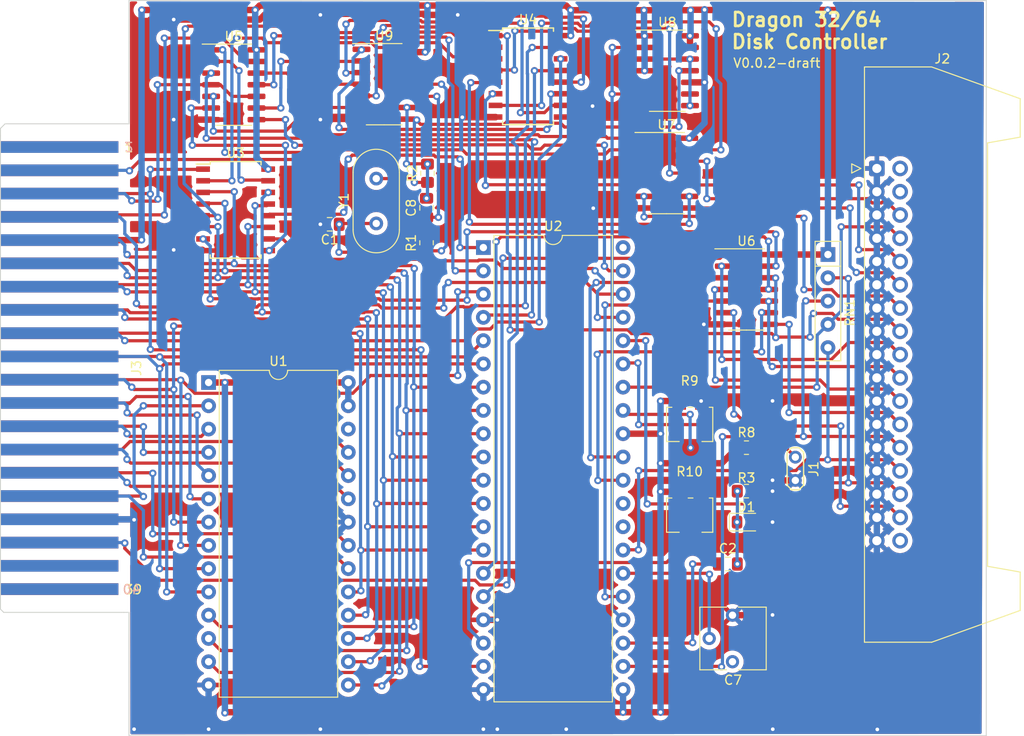
<source format=kicad_pcb>
(kicad_pcb (version 20221018) (generator pcbnew)
  (title_block (title "Dragon 32/64 Disk Controller") (date "2023-07-06") (rev "V0.0.2"))
  (layers (0 "F.Cu" signal) (31 "B.Cu" signal) (34 "B.Paste" user) (35 "F.Paste" user) (36 "B.SilkS" user "B.Silkscreen") (37 "F.SilkS" user "F.Silkscreen") (38 "B.Mask" user) (39 "F.Mask" user) (44 "Edge.Cuts" user))
  (net 0 "")
  (net 1 "Net-(C1-Pad1)")
  (net 2 "GND")
  (net 3 "PUMP")
  (net 4 "Net-(D1-K)")
  (net 5 "VCO")
  (net 6 "Net-(C8-Pad1)")
  (net 7 "Net-(C8-Pad2)")
  (net 8 "~{TEST}")
  (net 11 "DS3")
  (net 12 "~{TR00}")
  (net 13 "DS0")
  (net 14 "DS1")
  (net 15 "DS2")
  (net 16 "MOTOR")
  (net 17 "~{DIRC}")
  (net 18 "~{STEP}")
  (net 19 "~{WD}")
  (net 20 "~{WG}")
  (net 21 "~{IP}")
  (net 22 "~{RAW_READ}")
  (net 23 "~{WPRT}")
  (net 24 "~{SSO}")
  (net 29 "~{NMI}")
  (net 30 "~{RESET}")
  (net 31 "E")
  (net 32 "Q")
  (net 33 "CART")
  (net 34 "+5V")
  (net 35 "D0")
  (net 36 "D1")
  (net 37 "D2")
  (net 38 "D3")
  (net 39 "D4")
  (net 40 "D5")
  (net 41 "D6")
  (net 42 "D7")
  (net 43 "R{slash}~{W}")
  (net 44 "A0")
  (net 45 "A1")
  (net 46 "A2")
  (net 47 "A3")
  (net 48 "A4")
  (net 49 "A5")
  (net 50 "A6")
  (net 51 "A7")
  (net 52 "A8")
  (net 53 "A9")
  (net 54 "A10")
  (net 55 "A11")
  (net 56 "A12")
  (net 57 "~{CE}")
  (net 59 "P2")
  (net 64 "/raw_clock")
  (net 65 "Net-(U2-WPW)")
  (net 66 "Net-(U2-RPW)")
  (net 68 "ENP")
  (net 69 "~{WE}")
  (net 70 "~{RE}")
  (net 71 "STEP")
  (net 72 "DIRC")
  (net 73 "CLK")
  (net 74 "SSO")
  (net 77 "WG")
  (net 78 "WD")
  (net 79 "~{DDEN}")
  (net 80 "INTR0")
  (net 82 "Net-(U3-Q0)")
  (net 83 "Net-(U3-Q1)")
  (net 84 "Net-(U3-Q2)")
  (net 85 "Net-(U3-Cp)")
  (net 86 "INT")
  (net 87 "Net-(U4A-O0)")
  (net 88 "Net-(U4A-O1)")
  (net 89 "Net-(U4A-O2)")
  (net 90 "Net-(U4A-O3)")
  (net 92 "Net-(U4B-O2)")
  (net 93 "Net-(U4B-O1)")
  (net 94 "Net-(U4B-O0)")
  (net 95 "Net-(U5-Pad3)")
  (net 96 "Net-(U5-Pad5)")
  (net 97 "Net-(U5-Pad9)")
  (net 98 "Net-(U5-Pad12)")
  (net 101 "Net-(U8A-C)")
  (footprint "Package_SO:SOIC-16W_5.3x10.2mm_P1.27mm" (layer "F.Cu") (at 107.7468 51.9176)
    (fp_text reference "U4")
    (fp_text value "74HCT139")
  )
  (footprint "Resistor_SMD:R_0805_2012Metric_Pad1.20x1.40mm_HandSolder" (layer "F.Cu") (at 131.572 97.2019 180)
    (fp_text reference "R3")
    (fp_text value "1K")
  )
  (footprint "Package_SO:SOIC-14_3.9x8.7mm_P1.27mm" (layer "F.Cu") (at 131.572 75.184)
    (fp_text reference "U6")
    (fp_text value "74HCT04")
  )
  (footprint "Capacitor_SMD:C_0805_2012Metric_Pad1.18x1.45mm_HandSolder" (layer "F.Cu") (at 129.54 105.156)
    (fp_text reference "C2")
    (fp_text value "220nF")
  )
  (footprint "Crystal:Crystal_HC18-U_Vertical" (layer "F.Cu") (at 91.186 67.982 90)
    (fp_text reference "Y1")
    (fp_text value "4MHz")
  )
  (footprint "d32_cart:D32_Edge" (layer "F.Cu") (at 65.532 83.7692 90)
    (fp_text reference "J3")
    (fp_text value "EDGE")
  )
  (footprint "Package_SO:SOIC-14_3.9x8.7mm_P1.27mm" (layer "F.Cu") (at 92.0496 52.7812)
    (fp_text reference "U9")
    (fp_text value "74HCT04")
  )
  (footprint "Package_DIP:DIP-28_W15.24mm" (layer "F.Cu") (at 72.898 85.344)
    (fp_text reference "U1")
    (fp_text value "27C64")
  )
  (footprint "TestPoint:TestPoint_2Pads_Pitch2.54mm_Drill0.8mm" (layer "F.Cu") (at 136.906 93.492 -90)
    (fp_text reference "J1")
    (fp_text value "Clock_Test")
  )
  (footprint "Package_DIP:DIP-40_W15.24mm" (layer "F.Cu") (at 102.87 70.612)
    (fp_text reference "U2")
    (fp_text value "WD2797")
  )
  (footprint "Package_SO:SOIC-14_3.9x8.7mm_P1.27mm" (layer "F.Cu") (at 75.6468 52.8378)
    (fp_text reference "U5")
    (fp_text value "74HCT00")
  )
  (footprint "Potentiometer_SMD:Potentiometer_Bourns_3224X_Vertical" (layer "F.Cu") (at 125.476 89.916)
    (fp_text reference "R9")
    (fp_text value "10K")
  )
  (footprint "Package_SO:SOIC-16W_5.3x10.2mm_P1.27mm" (layer "F.Cu") (at 75.8444 66.4972)
    (fp_text reference "U3")
    (fp_text value "74HCT174")
  )
  (footprint "Resistor_THT:R_Array_SIP5" (layer "F.Cu") (at 140.462 71.374 -90)
    (fp_text reference "RN1")
    (fp_text value "150R")
  )
  (footprint "Package_SO:SOIC-14_3.9x8.7mm_P1.27mm" (layer "F.Cu") (at 122.858 62.484)
    (fp_text reference "U7")
    (fp_text value "74LS07")
  )
  (footprint "Capacitor_SMD:C_0805_2012Metric_Pad1.18x1.45mm_HandSolder" (layer "F.Cu") (at 86.106 68.072 180)
    (fp_text reference "C1")
    (fp_text value "22pF")
  )
  (footprint "Resistor_SMD:R_0805_2012Metric_Pad1.20x1.40mm_HandSolder" (layer "F.Cu") (at 96.6724 70.088 -90)
    (fp_text reference "R1")
    (fp_text value "1K")
  )
  (footprint "Potentiometer_SMD:Potentiometer_Bourns_3224X_Vertical" (layer "F.Cu") (at 125.476 99.822)
    (fp_text reference "R10")
    (fp_text value "10K")
  )
  (footprint "Capacitor_SMD:C_0805_2012Metric_Pad1.18x1.45mm_HandSolder" (layer "F.Cu") (at 96.6724 66.2725 90)
    (fp_text reference "C8")
    (fp_text value "10nF")
  )
  (footprint "Diode_SMD:D_0805_2012Metric_Pad1.15x1.40mm_HandSolder" (layer "F.Cu") (at 131.572 100.584)
    (fp_text reference "D1")
    (fp_text value "1N4148")
  )
  (footprint "Resistor_SMD:R_0805_2012Metric_Pad1.20x1.40mm_HandSolder" (layer "F.Cu") (at 131.572 92.456)
    (fp_text reference "R8")
    (fp_text value "1K")
  )
  (footprint "Connector_IDC:IDC-Header_2x17_P2.54mm_Latch_Horizontal" (layer "F.Cu") (at 145.796 61.976)
    (fp_text reference "J2")
    (fp_text value "IDC_Floppy")
  )
  (footprint "Potentiometer_THT:Potentiometer_Vishay_T73YP_Vertical" (layer "F.Cu") (at 130.048 110.744 180)
    (fp_text reference "C7")
    (fp_text value "8-70pF")
  )
  (footprint "Resistor_SMD:R_0805_2012Metric_Pad1.20x1.40mm_HandSolder" (layer "F.Cu") (at 96.774 62.5 90)
    (fp_text reference "R2")
    (fp_text value "1K")
  )
  (footprint "Package_SO:SOIC-14_3.9x8.7mm_P1.27mm" (layer "F.Cu") (at 122.936 51.308)
    (fp_text reference "U8")
    (fp_text value "74HCT74")
  )
  (gr_line (start 64.2112 123.9012) (end 157.734 123.9012) (stroke (width 0.1)) (layer "Edge.Cuts"))
  (gr_line (start 50.6984 57.0992) (end 64.2112 57.0992) (stroke (width 0.1)) (layer "Edge.Cuts"))
  (gr_line (start 50.546 110.4392) (end 63.6524 110.4392) (stroke (width 0.1)) (layer "Edge.Cuts"))
  (gr_line (start 50.1904 58.42) (end 50.1904 57.6072) (stroke (width 0.1)) (layer "Edge.Cuts"))
  (gr_line (start 64.2112 43.6372) (end 157.734 43.6372) (stroke (width 0.1)) (layer "Edge.Cuts"))
  (gr_line (start 50.1904 110.0836) (end 50.546 110.4392) (stroke (width 0.1)) (layer "Edge.Cuts"))
  (gr_line (start 50.1904 58.42) (end 50.1904 110.0836) (stroke (width 0.1)) (layer "Edge.Cuts"))
  (gr_line (start 64.2112 57.0992) (end 64.2112 43.6372) (stroke (width 0.1)) (layer "Edge.Cuts"))
  (gr_line (start 157.734 43.6372) (end 157.734 123.9012) (stroke (width 0.1)) (layer "Edge.Cuts"))
  (gr_line (start 50.1904 57.6072) (end 50.6984 57.0992) (stroke (width 0.1)) (layer "Edge.Cuts"))
  (gr_line (start 64.2112 123.9012) (end 64.2112 110.4392) (stroke (width 0.1)) (layer "Edge.Cuts"))
  (gr_line (start 63.6524 110.4392) (end 64.2112 110.4392) (stroke (width 0.1)) (layer "Edge.Cuts"))
  (gr_text "V0.0.2-draft" (at 130.048 51.054) (layer "F.SilkS") (effects (font (size 1 1)) (justify left bottom)))
  (gr_text "Dragon 32/64\nDisk Controller" (at 129.794 49.022) (layer "F.SilkS") (effects (font (size 1.5 1.5) (thickness 0.3) bold) (justify left bottom)))
  (segment (start 96.5548 71.12) (end 87.122 71.12) (width 0.35) (layer "F.Cu") (net 1))
  (segment (start 96.7072 70.9676) (end 96.5548 71.12) (width 0.35) (layer "F.Cu") (net 1))
  (segment (start 98.298 52.7812) (end 94.5246 52.7812) (width 0.35) (layer "F.Cu") (net 1))
  (segment (start 87.2335 67.982) (end 91.186 67.982) (width 0.35) (layer "F.Cu") (net 1))
  (segment (start 87.1435 68.072) (end 87.2335 67.982) (width 0.35) (layer "F.Cu") (net 1))
  (segment (start 98.298 70.9676) (end 96.7072 70.9676) (width 0.35) (layer "F.Cu") (net 1))
  (via (at 98.298 52.7812) (size 0.8) (drill 0.4) (layers "F.Cu" "B.Cu") (net 1))
  (via (at 87.1435 68.072) (size 0.8) (drill 0.4) (layers "F.Cu" "B.Cu") (net 1))
  (via (at 98.298 70.9676) (size 0.8) (drill 0.4) (layers "F.Cu" "B.Cu") (net 1))
  (via (at 87.122 71.12) (size 0.8) (drill 0.4) (layers "F.Cu" "B.Cu") (net 1))
  (segment (start 87.122 71.12) (end 87.122 68.0935) (width 0.35) (layer "B.Cu") (net 1))
  (segment (start 98.806 70.4596) (end 98.298 70.9676) (width 0.35) (layer "B.Cu") (net 1))
  (segment (start 87.122 68.0935) (end 87.1435 68.072) (width 0.35) (layer "B.Cu") (net 1))
  (segment (start 98.298 52.7812) (end 98.806 53.2892) (width 0.35) (layer "B.Cu") (net 1))
  (segment (start 98.806 53.2892) (end 98.806 70.4596) (width 0.35) (layer "B.Cu") (net 1))
  (segment (start 73.1718 56.6478) (end 69.0938 56.6478) (width 0.7) (layer "F.Cu") (net 2))
  (segment (start 100.076 45.212) (end 96.446497 45.212) (width 0.7) (layer "F.Cu") (net 2))
  (segment (start 126.922 78.994) (end 129.097 78.994) (width 0.7) (layer "F.Cu") (net 2))
  (segment (start 64.7192 100.2792) (end 64.77 100.33) (width 0.7) (layer "F.Cu") (net 2))
  (segment (start 114.8588 66.3194) (end 120.3576 66.3194) (width 0.7) (layer "F.Cu") (net 2))
  (segment (start 85.09 56.642) (end 85.162499 56.569501) (width 0.7) (layer "F.Cu") (net 2))
  (segment (start 56.642 100.2792) (end 64.7192 100.2792) (width 0.7) (layer "F.Cu") (net 2))
  (segment (start 126.626 97.272) (end 127.9461 95.9519) (width 0.7) (layer "F.Cu") (net 2))
  (segment (start 132.572 97.2019) (end 134.4129 97.2019) (width 0.7) (layer "F.Cu") (net 2))
  (segment (start 78.486 45.72) (end 69.088 45.72) (width 0.7) (layer "F.Cu") (net 2))
  (segment (start 85.162499 56.569501) (end 89.552901 56.569501) (width 0.7) (layer "F.Cu") (net 2))
  (segment (start 104.1714 56.388) (end 104.1968 56.3626) (width 0.7) (layer "F.Cu") (net 2))
  (segment (start 102.87 123.19) (end 104.394 123.19) (width 0.7) (layer "F.Cu") (net 2))
  (segment (start 127.9461 95.9519) (end 134.3567 95.9519) (width 0.7) (layer "F.Cu") (net 2))
  (segment (start 134.4014 87.366) (end 134.4168 87.3506) (width 0.7) (layer "F.Cu") (net 2))
  (segment (start 85.09 45.212) (end 78.994 45.212) (width 0.7) (layer "F.Cu") (net 2))
  (segment (start 132.597 100.584) (end 134.4168 100.584) (width 0.7) (layer "F.Cu") (net 2))
  (segment (start 100.5715 56.388) (end 104.1714 56.388) (width 0.7) (layer "F.Cu") (net 2))
  (segment (start 145.8214 123.19) (end 145.8468 123.2154) (width 0.7) (layer "F.Cu") (net 2))
  (segment (start 136.906 96.032) (end 134.4368 96.032) (width 0.7) (layer "F.Cu") (net 2))
  (segment (start 69.088 70.866) (end 72.2182 70.866) (width 0.7) (layer "F.Cu") (net 2))
  (segment (start 126.626 87.366) (end 134.4014 87.366) (width 0.7) (layer "F.Cu") (net 2))
  (segment (start 120.4102 55.1688) (end 120.461 55.118) (width 0.7) (layer "F.Cu") (net 2))
  (segment (start 114.7826 55.1688) (end 120.4102 55.1688) (width 0.7) (layer "F.Cu") (net 2))
  (segment (start 104.394 123.19) (end 111.9124 123.19) (width 0.7) (layer "F.Cu") (net 2))
  (segment (start 134.4368 96.032) (end 134.4168 96.012) (width 0.7) (layer "F.Cu") (net 2))
  (segment (start 111.9124 123.19) (end 134.4422 123.19) (width 0.7) (layer "F.Cu") (net 2))
  (segment (start 134.3567 95.9519) (end 134.4168 96.012) (width 0.7) (layer "F.Cu") (net 2))
  (segment (start 96.446497 45.212) (end 96.330497 45.096) (width 0.7) (layer "F.Cu") (net 2))
  (segment (start 134.3914 110.744) (end 134.4168 110.7186) (width 0.7) (layer "F.Cu") (net 2))
  (segment (start 72.898 123.19) (end 85.09 123.19) (width 0.7) (layer "F.Cu") (net 2))
  (segment (start 85.09 123.19) (end 102.87 123.19) (width 0.7) (layer "F.Cu") (net 2))
  (segment (start 134.4129 97.2019) (end 134.4168 97.2058) (width 0.7) (layer "F.Cu") (net 2))
  (segment (start 102.87 111.252) (end 104.394 111.252) (width 0.7) (layer "F.Cu") (net 2))
  (segment (start 96.330497 45.096) (end 85.206 45.096) (width 0.7) (layer "F.Cu") (net 2))
  (segment (start 72.2182 70.866) (end 72.2944 70.9422) (width 0.7) (layer "F.Cu") (net 2))
  (segment (start 85.206 45.096) (end 85.09 45.212) (width 0.7) (layer "F.Cu") (net 2))
  (segment (start 64.77 123.19) (end 72.898 123.19) (width 0.7) (layer "F.Cu") (net 2))
  (segment (start 130.048 110.744) (end 134.3914 110.744) (width 0.7) (layer "F.Cu") (net 2))
  (segment (start 69.0938 56.6478) (end 69.088 56.642) (width 0.7) (layer "F.Cu") (net 2))
  (segment (start 69.088 45.72) (end 66.548 45.72) (width 0.7) (layer "F.Cu") (net 2))
  (segment (start 134.4422 123.19) (end 145.8214 123.19) (width 0.7) (layer "F.Cu") (net 2))
  (segment (start 104.1968 56.3626) (end 103.0968 56.3626) (width 0.7) (layer "F.Cu") (net 2))
  (segment (start 89.552901 56.569501) (end 89.5746 56.5912) (width 0.7) (layer "F.Cu") (net 2))
  (segment (start 120.3576 66.3194) (end 120.383 66.294) (width 0.7) (layer "F.Cu") (net 2))
  (segment (start 78.994 45.212) (end 78.486 45.72) (width 0.7) (layer "F.Cu") (net 2))
  (via (at 134.4422 123.19) (size 0.8) (drill 0.4) (layers "F.Cu" "B.Cu") (net 2))
  (via (at 69.088 56.642) (size 0.8) (drill 0.4) (layers "F.Cu" "B.Cu") (net 2))
  (via (at 85.09 56.642) (size 0.8) (drill 0.4) (layers "F.Cu" "B.Cu") (net 2))
  (via (at 134.4168 110.7186) (size 0.8) (drill 0.4) (layers "F.Cu" "B.Cu") (net 2))
  (via (at 126.922 78.994) (size 0.8) (drill 0.4) (layers "F.Cu" "B.Cu") (net 2))
  (via (at 134.4168 100.584) (size 0.8) (drill 0.4) (layers "F.Cu" "B.Cu") (net 2))
  (via (at 145.8468 123.2154) (size 0.8) (drill 0.4) (layers "F.Cu" "B.Cu") (net 2))
  (via (at 69.088 70.866) (size 0.8) (drill 0.4) (layers "F.Cu" "B.Cu") (net 2))
  (via (at 64.77 123.19) (size 0.8) (drill 0.4) (layers "F.Cu" "B.Cu") (net 2))
  (via (at 64.77 100.33) (size 0.8) (drill 0.4) (layers "F.Cu" "B.Cu") (net 2))
  (via (at 85.09 123.19) (size 0.8) (drill 0.4) (layers "F.Cu" "B.Cu") (net 2))
  (via (at 102.87 123.19) (size 0.8) (drill 0.4) (layers "F.Cu" "B.Cu") (net 2))
  (via (at 104.394 111.252) (size 0.8) (drill 0.4) (layers "F.Cu" "B.Cu") (net 2))
  (via (at 72.898 123.19) (size 0.8) (drill 0.4) (layers "F.Cu" "B.Cu") (net 2))
  (via (at 114.8588 66.3194) (size 0.8) (drill 0.4) (layers "F.Cu" "B.Cu") (net 2))
  (via (at 134.4168 96.012) (size 0.8) (drill 0.4) (layers "F.Cu" "B.Cu") (net 2))
  (via (at 114.7826 55.1688) (size 0.8) (drill 0.4) (layers "F.Cu" "B.Cu") (net 2))
  (via (at 134.4168 87.3506) (size 0.8) (drill 0.4) (layers "F.Cu" "B.Cu") (net 2))
  (via (at 104.394 123.19) (size 0.8) (drill 0.4) (layers "F.Cu" "B.Cu") (net 2))
  (via (at 126.626 87.366) (size 0.8) (drill 0.4) (layers "F.Cu" "B.Cu") (net 2))
  (via (at 134.4168 97.2058) (size 0.8) (drill 0.4) (layers "F.Cu" "B.Cu") (net 2))
  (via (at 100.076 45.212) (size 0.8) (drill 0.4) (layers "F.Cu" "B.Cu") (net 2))
  (via (at 69.088 45.72) (size 0.8) (drill 0.4) (layers "F.Cu" "B.Cu") (net 2))
  (via (at 85.09 45.212) (size 0.8) (drill 0.4) (layers "F.Cu" "B.Cu") (net 2))
  (via (at 111.9124 123.19) (size 0.8) (drill 0.4) (layers "F.Cu" "B.Cu") (net 2))
  (via (at 85.09 68.072) (size 0.8) (drill 0.4) (layers "F.Cu" "B.Cu") (net 2))
  (via (at 100.5715 56.388) (size 0.8) (drill 0.4) (layers "F.Cu" "B.Cu") (net 2))
  (segment (start 126.626 79.29) (end 126.922 78.994) (width 0.7) (layer "B.Cu") (net 2))
  (segment (start 145.796 94.996) (end 145.796 92.456) (width 0.7) (layer "B.Cu") (net 2))
  (segment (start 145.796 64.516) (end 145.796 67.056) (width 0.7) (layer "B.Cu") (net 2))
  (segment (start 69.088 56.642) (end 69.088 70.866) (width 0.7) (layer "B.Cu") (net 2))
  (segment (start 145.796 84.836) (end 145.796 82.296) (width 0.7) (layer "B.Cu") (net 2))
  (segment (start 145.796 61.976) (end 145.796 64.516) (width 0.7) (layer "B.Cu") (net 2))
  (segment (start 104.648 122.936) (end 104.394 123.19) (width 0.7) (layer "B.Cu") (net 2))
  (segment (start 114.8588 55.245) (end 114.7826 55.1688) (width 0.7) (layer "B.Cu") (net 2))
  (segment (start 134.4168 100.584) (end 134.4168 110.7186) (width 0.7) (layer "B.Cu") (net 2))
  (segment (start 126.626 87.366) (end 126.626 79.29) (width 0.7) (layer "B.Cu") (net 2))
  (segment (start 111.9124 123.19) (end 111.9124 69.2658) (width 0.7) (layer "B.Cu") (net 2))
  (segment (start 85.09 56.642) (end 85.09 45.212) (width 0.7) (layer "B.Cu") (net 2))
  (segment (start 134.4168 96.012) (end 134.4168 97.2058) (width 0.7) (layer "B.Cu") (net 2))
  (segment (start 145.8468 123.2154) (end 145.796 123.1646) (width 0.7) (layer "B.Cu") (net 2))
  (segment (start 134.4168 110.7186) (end 134.4168 123.1646) (width 0.7) (layer "B.Cu") (net 2))
  (segment (start 85.09 69.088) (end 85.09 56.642) (width 0.7) (layer "B.Cu") (net 2))
  (segment (start 145.796 123.1646) (end 145.796 102.616) (width 0.7) (layer "B.Cu") (net 2))
  (segment (start 72.898 118.364) (end 72.898 123.19) (width 0.7) (layer "B.Cu") (net 2))
  (segment (start 134.4168 97.2058) (end 134.4168 100.584) (width 0.7) (layer "B.Cu") (net 2))
  (segment (start 145.796 79.756) (end 145.796 82.296) (width 0.7) (layer "B.Cu") (net 2))
  (segment (start 56.642 100.2792) (end 64.7192 100.2792) (width 0.7) (layer "B.Cu") (net 2))
  (segment (start 145.796 87.376) (end 145.796 84.836) (width 0.7) (layer "B.Cu") (net 2))
  (segment (start 64.77 100.33) (end 64.77 123.19) (width 0.7) (layer "B.Cu") (net 2))
  (segment (start 145.796 102.616) (end 145.796 100.076) (width 0.7) (layer "B.Cu") (net 2))
  (segment (start 104.648 111.506) (end 104.648 122.936) (width 0.7) (layer "B.Cu") (net 2))
  (segment (start 145.796 69.596) (end 145.796 72.136) (width 0.7) (layer "B.Cu") (net 2))
  (segment (start 100.584 53.032503) (end 100.584 56.3755) (width 0.7) (layer "B.Cu") (net 2))
  (segment (start 114.8588 66.3194) (end 114.8588 55.245) (width 0.7) (layer "B.Cu") (net 2))
  (segment (start 145.796 89.916) (end 145.796 87.376) (width 0.7) (layer "B.Cu") (net 2))
  (segment (start 100.076 52.524503) (end 100.584 53.032503) (width 0.7) (layer "B.Cu") (net 2))
  (segment (start 134.4168 123.1646) (end 134.4422 123.19) (width 0.7) (layer "B.Cu") (net 2))
  (segment (start 145.796 100.076) (end 145.796 97.536) (width 0.7) (layer "B.Cu") (net 2))
  (segment (start 104.394 111.252) (end 104.648 111.506) (width 0.7) (layer "B.Cu") (net 2))
  (segment (start 69.088 56.642) (end 69.088 45.72) (width 0.7) (layer "B.Cu") (net 2))
  (segment (start 145.796 77.216) (end 145.796 79.756) (width 0.7) (layer "B.Cu") (net 2))
  (segment (start 145.796 74.676) (end 145.796 77.216) (width 0.7) (layer "B.Cu") (net 2))
  (segment (start 145.796 67.056) (end 145.796 69.596) (width 0.7) (layer "B.Cu") (net 2))
  (segment (start 85.09 103.632) (end 85.09 123.19) (width 0.7) (layer "B.Cu") (net 2))
  (segment (start 145.796 97.536) (end 145.796 94.996) (width 0.7) (layer "B.Cu") (net 2))
  (segment (start 85.09 97.536) (end 85.09 69.088) (width 0.7) (layer "B.Cu") (net 2))
  (segment (start 145.796 92.456) (end 145.796 89.916) (width 0.7) (layer "B.Cu") (net 2))
  (segment (start 134.4168 87.3506) (end 134.4168 96.012) (width 0.7) (layer "B.Cu") (net 2))
  (segment (start 145.796 72.136) (end 145.796 74.676) (width 0.7) (layer "B.Cu") (net 2))
  (segment (start 64.7192 100.2792) (end 64.77 100.33) (width 0.7) (layer "B.Cu") (net 2))
  (segment (start 88.138 100.584) (end 85.09 103.632) (width 0.7) (layer "B.Cu") (net 2))
  (segment (start 100.076 45.212) (end 100.076 52.524503) (width 0.7) (layer "B.Cu") (net 2))
  (segment (start 111.9124 69.2658) (end 114.8588 66.3194) (width 0.7) (layer "B.Cu") (net 2))
  (segment (start 100.584 56.3755) (end 100.5715 56.388) (width 0.7) (layer "B.Cu") (net 2))
  (segment (start 102.87 123.19) (end 102.87 118.872) (width 0.7) (layer "B.Cu") (net 2))
  (segment (start 88.138 100.584) (end 85.09 97.536) (width 0.7) (layer "B.Cu") (net 2))
  (segment (start 118.11 113.792) (end 125.6538 113.792) (width 0.35) (layer "F.Cu") (net 3))
  (segment (start 125.6538 113.792) (end 125.7046 113.7412) (width 0.35) (layer "F.Cu") (net 3))
  (segment (start 125.7046 105.156) (end 128.5025 105.156) (width 0.35) (layer "F.Cu") (net 3))
  (via (at 125.7046 105.156) (size 0.8) (drill 0.4) (layers "F.Cu" "B.Cu") (net 3))
  (via (at 125.7046 113.7412) (size 0.8) (drill 0.4) (layers "F.Cu" "B.Cu") (net 3))
  (segment (start 125.7046 113.7412) (end 125.7046 105.156) (width 0.35) (layer "B.Cu") (net 3))
  (segment (start 130.572 97.2019) (end 130.5775 97.2019) (width 0.35) (layer "F.Cu") (net 4))
  (segment (start 130.5775 97.2019) (end 130.5814 97.2058) (width 0.35) (layer "F.Cu") (net 4))
  (via (at 130.5814 97.2058) (size 0.8) (drill 0.4) (layers "F.Cu" "B.Cu") (net 4))
  (via (at 130.547 100.584) (size 0.8) (drill 0.4) (layers "F.Cu" "B.Cu") (net 4))
  (via (at 130.5775 105.156) (size 0.8) (drill 0.4) (layers "F.Cu" "B.Cu") (net 4))
  (segment (start 130.547 105.1255) (end 130.5775 105.156) (width 0.35) (layer "B.Cu") (net 4))
  (segment (start 130.5814 97.2058) (end 130.5814 100.5496) (width 0.35) (layer "B.Cu") (net 4))
  (segment (start 130.5814 100.5496) (end 130.547 100.584) (width 0.35) (layer "B.Cu") (net 4))
  (segment (start 130.547 100.584) (end 130.547 105.1255) (width 0.35) (layer "B.Cu") (net 4))
  (segment (start 127.4318 106.172) (end 127.5334 106.2736) (width 0.35) (layer "F.Cu") (net 5))
  (segment (start 118.11 106.172) (end 127.4318 106.172) (width 0.35) (layer "F.Cu") (net 5))
  (via (at 127.5334 106.2736) (size 0.8) (drill 0.4) (layers "F.Cu" "B.Cu") (net 5))
  (segment (start 127.5334 106.2736) (end 127.508 106.299) (width 0.35) (layer "B.Cu") (net 5))
  (segment (start 127.508 106.299) (end 127.508 113.284) (width 0.35) (layer "B.Cu") (net 5))
  (segment (start 97.79 54.102) (end 94.5754 54.102) (width 0.35) (layer "F.Cu") (net 6))
  (segment (start 97.9678 67.31) (end 96.6724 67.31) (width 0.35) (layer "F.Cu") (net 6))
  (segment (start 94.5754 54.102) (end 94.5246 54.0512) (width 0.35) (layer "F.Cu") (net 6))
  (segment (start 96.6724 67.31) (end 96.6724 69.088) (width 0.35) (layer "F.Cu") (net 6))
  (via (at 97.9678 67.31) (size 0.8) (drill 0.4) (layers "F.Cu" "B.Cu") (net 6))
  (via (at 97.79 54.102) (size 0.8) (drill 0.4) (layers "F.Cu" "B.Cu") (net 6))
  (segment (start 97.79 54.102) (end 97.9678 54.2798) (width 0.35) (layer "B.Cu") (net 6))
  (segment (start 97.9678 54.2798) (end 97.9678 67.31) (width 0.35) (layer "B.Cu") (net 6))
  (segment (start 94.488 61.468) (end 96.6216 61.468) (width 0.35) (layer "F.Cu") (net 7))
  (segment (start 96.6216 61.468) (end 96.6536 61.5) (width 0.35) (layer "F.Cu") (net 7))
  (segment (start 96.6536 61.5) (end 96.774 61.5) (width 0.35) (layer "F.Cu") (net 7))
  (via (at 96.774 61.5) (size 0.8) (drill 0.4) (layers "F.Cu" "B.Cu") (net 7))
  (via (at 94.5246 55.3212) (size 0.8) (drill 0.4) (layers "F.Cu" "B.Cu") (net 7))
  (via (at 94.488 61.468) (size 0.8) (drill 0.4) (layers "F.Cu" "B.Cu") (net 7))
  (via (at 96.6724 65.235) (size 0.8) (drill 0.4) (layers "F.Cu" "B.Cu") (net 7))
  (segment (start 96.774 61.5) (end 96.774 65.1334) (width 0.35) (layer "B.Cu") (net 7))
  (segment (start 94.5246 55.3212) (end 94.5388 55.3354) (width 0.35) (layer "B.Cu") (net 7))
  (segment (start 96.774 65.1334) (end 96.6724 65.235) (width 0.35) (layer "B.Cu") (net 7))
  (segment (start 94.5388 61.4172) (end 94.488 61.468) (width 0.35) (layer "B.Cu") (net 7))
  (segment (start 94.5388 55.3354) (end 94.5388 61.4172) (width 0.35) (layer "B.Cu") (net 7))
  (segment (start 131.3782 91.2622) (end 128.9558 91.2622) (width 0.35) (layer "F.Cu") (net 8))
  (segment (start 132.572 92.456) (end 135.87 92.456) (width 0.35) (layer "F.Cu") (net 8))
  (segment (start 135.87 92.456) (end 136.906 93.492) (width 0.35) (layer "F.Cu") (net 8))
  (segment (start 132.572 92.456) (end 131.3782 91.2622) (width 0.35) (layer "F.Cu") (net 8))
  (segment (start 128.803105 116.332) (end 118.11 116.332) (width 0.35) (layer "F.Cu") (net 8))
  (segment (start 128.85158 116.380475) (end 128.803105 116.332) (width 0.35) (layer "F.Cu") (net 8))
  (via (at 128.85158 116.380475) (size 0.8) (drill 0.4) (layers "F.Cu" "B.Cu") (net 8))
  (via (at 128.9558 91.2622) (size 0.8) (drill 0.4) (layers "F.Cu" "B.Cu") (net 8))
  (segment (start 128.9558 91.2622) (end 128.953 91.265) (width 0.35) (layer "B.Cu") (net 8))
  (segment (start 128.953 91.265) (end 128.953 116.279055) (width 0.35) (layer "B.Cu") (net 8))
  (segment (start 128.953 116.279055) (end 128.85158 116.380475) (width 0.35) (layer "B.Cu") (net 8))
  (segment (start 145.288588 65.741) (end 146.303412 65.741) (width 0.35) (layer "F.Cu") (net 11))
  (segment (start 144.825588 65.278) (end 145.288588 65.741) (width 0.35) (layer "F.Cu") (net 11))
  (segment (start 127.254 65.278) (end 144.825588 65.278) (width 0.35) (layer "F.Cu") (net 11))
  (segment (start 146.303412 65.741) (end 146.662206 65.382206) (width 0.35) (layer "F.Cu") (net 11))
  (segment (start 146.662206 65.382206) (end 148.336 67.056) (width 0.35) (layer "F.Cu") (net 11))
  (segment (start 125.3584 61.1886) (end 125.333 61.214) (width 0.35) (layer "F.Cu") (net 11))
  (segment (start 127.254 61.1886) (end 125.3584 61.1886) (width 0.35) (layer "F.Cu") (net 11))
  (via (at 127.254 61.1886) (size 0.8) (drill 0.4) (layers "F.Cu" "B.Cu") (net 11))
  (via (at 127.254 65.278) (size 0.8) (drill 0.4) (layers "F.Cu" "B.Cu") (net 11))
  (segment (start 127.254 61.1886) (end 127.254 65.278) (width 0.35) (layer "B.Cu") (net 11))
  (segment (start 147.0914 68.3514) (end 141.9098 68.3514) (width 0.35) (layer "F.Cu") (net 12))
  (segment (start 148.336 69.596) (end 147.0914 68.3514) (width 0.35) (layer "F.Cu") (net 12))
  (segment (start 139.2428 85.852) (end 118.11 85.852) (width 0.35) (layer "F.Cu") (net 12))
  (via (at 139.2428 85.852) (size 0.8) (drill 0.4) (layers "F.Cu" "B.Cu") (net 12))
  (via (at 141.9098 68.3514) (size 0.8) (drill 0.4) (layers "F.Cu" "B.Cu") (net 12))
  (segment (start 139.287 85.8078) (end 139.287 80.169) (width 0.35) (layer "B.Cu") (net 12))
  (segment (start 139.2428 85.852) (end 139.287 85.8078) (width 0.35) (layer "B.Cu") (net 12))
  (segment (start 141.9098 77.5462) (end 140.462 78.994) (width 0.35) (layer "B.Cu") (net 12))
  (segment (start 141.9098 68.3514) (end 141.9098 77.5462) (width 0.35) (layer "B.Cu") (net 12))
  (segment (start 139.287 80.169) (end 140.462 78.994) (width 0.35) (layer "B.Cu") (net 12))
  (segment (start 148.336 72.136) (end 147.0406 70.8406) (width 0.35) (layer "F.Cu") (net 13))
  (segment (start 143.8402 63.7794) (end 125.3584 63.7794) (width 0.35) (layer "F.Cu") (net 13))
  (segment (start 125.3584 63.7794) (end 125.333 63.754) (width 0.35) (layer "F.Cu") (net 13))
  (segment (start 147.0406 70.8406) (end 143.8148 70.8406) (width 0.35) (layer "F.Cu") (net 13))
  (via (at 143.8148 70.8406) (size 0.8) (drill 0.4) (layers "F.Cu" "B.Cu") (net 13))
  (via (at 143.8402 63.7794) (size 0.8) (drill 0.4) (layers "F.Cu" "B.Cu") (net 13))
  (segment (start 143.8148 70.8406) (end 143.8148 63.8048) (width 0.35) (layer "B.Cu") (net 13))
  (segment (start 143.8148 63.8048) (end 143.8402 63.7794) (width 0.35) (layer "B.Cu") (net 13))
  (segment (start 148.336 74.676) (end 147.021 73.361) (width 0.35) (layer "F.Cu") (net 14))
  (segment (start 143.592 73.361) (end 143.5608 73.3298) (width 0.35) (layer "F.Cu") (net 14))
  (segment (start 142.875 66.294) (end 125.333 66.294) (width 0.35) (layer "F.Cu") (net 14))
  (segment (start 147.021 73.361) (end 143.592 73.361) (width 0.35) (layer "F.Cu") (net 14))
  (via (at 143.5608 73.3298) (size 0.8) (drill 0.4) (layers "F.Cu" "B.Cu") (net 14))
  (via (at 142.875 66.294) (size 0.8) (drill 0.4) (layers "F.Cu" "B.Cu") (net 14))
  (segment (start 142.875 66.294) (end 142.875 72.644) (width 0.35) (layer "B.Cu") (net 14))
  (segment (start 142.875 72.644) (end 143.5608 73.3298) (width 0.35) (layer "B.Cu") (net 14))
  (segment (start 137.6425 67.2084) (end 137.8458 67.4117) (width 0.35) (layer "F.Cu") (net 15))
  (segment (start 141.570701 75.901) (end 147.021 75.901) (width 0.35) (layer "F.Cu") (net 15))
  (segment (start 140.879101 75.2094) (end 141.570701 75.901) (width 0.35) (layer "F.Cu") (net 15))
  (segment (start 120.398575 67.268016) (end 120.458191 67.2084) (width 0.35) (layer "F.Cu") (net 15))
  (segment (start 147.021 75.901) (end 148.336 77.216) (width 0.35) (layer "F.Cu") (net 15))
  (segment (start 120.458191 67.2084) (end 137.6425 67.2084) (width 0.35) (layer "F.Cu") (net 15))
  (segment (start 137.8465 75.2094) (end 140.879101 75.2094) (width 0.35) (layer "F.Cu") (net 15))
  (via (at 137.8458 67.4117) (size 0.8) (drill 0.4) (layers "F.Cu" "B.Cu") (net 15))
  (via (at 120.398575 67.268016) (size 0.8) (drill 0.4) (layers "F.Cu" "B.Cu") (net 15))
  (via (at 120.383 65.024) (size 0.8) (drill 0.4) (layers "F.Cu" "B.Cu") (net 15))
  (via (at 137.8465 75.2094) (size 0.8) (drill 0.4) (layers "F.Cu" "B.Cu") (net 15))
  (segment (start 120.398575 67.268016) (end 120.398575 65.039575) (width 0.35) (layer "B.Cu") (net 15))
  (segment (start 137.8465 67.4124) (end 137.8465 75.2094) (width 0.35) (layer "B.Cu") (net 15))
  (segment (start 137.8458 67.4117) (end 137.8465 67.4124) (width 0.35) (layer "B.Cu") (net 15))
  (segment (start 120.398575 65.039575) (end 120.383 65.024) (width 0.35) (layer "B.Cu") (net 15))
  (segment (start 119.0302 79.997) (end 118.6302 79.597) (width 0.35) (layer "F.Cu") (net 16))
  (segment (start 134.3276 79.997) (end 119.0302 79.997) (width 0.35) (layer "F.Cu") (net 16))
  (segment (start 147.021 78.441) (end 141.5854 78.441) (width 0.35) (layer "F.Cu") (net 16))
  (segment (start 134.7724 80.4418) (end 134.3276 79.997) (width 0.35) (layer "F.Cu") (net 16))
  (segment (start 118.6302 79.597) (end 105.7976 79.597) (width 0.35) (layer "F.Cu") (net 16))
  (segment (start 138.5125 80.384345) (end 134.829855 80.384345) (width 0.35) (layer "F.Cu") (net 16))
  (segment (start 105.7976 79.597) (end 105.791 79.6036) (width 0.35) (layer "F.Cu") (net 16))
  (segment (start 141.5854 78.441) (end 140.9446 77.8002) (width 0.35) (layer "F.Cu") (net 16))
  (segment (start 104.2222 47.498) (end 104.1968 47.4726) (width 0.35) (layer "F.Cu") (net 16))
  (segment (start 140.9446 77.8002) (end 138.8872 77.8002) (width 0.35) (layer "F.Cu") (net 16))
  (segment (start 105.4733 47.498) (end 104.2222 47.498) (width 0.35) (layer "F.Cu") (net 16))
  (segment (start 134.747 73.9394) (end 134.7216 73.914) (width 0.35) (layer "F.Cu") (net 16))
  (segment (start 148.336 79.756) (end 147.021 78.441) (width 0.35) (layer "F.Cu") (net 16))
  (segment (start 134.829855 80.384345) (end 134.7724 80.4418) (width 0.35) (layer "F.Cu") (net 16))
  (segment (start 134.7216 73.914) (end 134.047 73.914) (width 0.35) (layer "F.Cu") (net 16))
  (via (at 138.8872 77.8002) (size 0.8) (drill 0.4) (layers "F.Cu" "B.Cu") (net 16))
  (via (at 105.4733 47.498) (size 0.8) (drill 0.4) (layers "F.Cu" "B.Cu") (net 16))
  (via (at 138.5125 80.384345) (size 0.8) (drill 0.4) (layers "F.Cu" "B.Cu") (net 16))
  (via (at 134.747 73.9394) (size 0.8) (drill 0.4) (layers "F.Cu" "B.Cu") (net 16))
  (via (at 134.7724 80.4418) (size 0.8) (drill 0.4) (layers "F.Cu" "B.Cu") (net 16))
  (via (at 105.791 79.6036) (size 0.8) (drill 0.4) (layers "F.Cu" "B.Cu") (net 16))
  (segment (start 105.791 79.6036) (end 105.791 71.433884) (width 0.35) (layer "B.Cu") (net 16))
  (segment (start 134.7724 73.9648) (end 134.747 73.9394) (width 0.35) (layer "B.Cu") (net 16))
  (segment (start 105.791 71.433884) (end 105.4862 71.129084) (width 0.35) (layer "B.Cu") (net 16))
  (segment (start 105.4862 71.129084) (end 105.4862 47.5109) (width 0.35) (layer "B.Cu") (net 16))
  (segment (start 105.4862 47.5109) (end 105.4733 47.498) (width 0.35) (layer "B.Cu") (net 16))
  (segment (start 134.7724 80.4418) (end 134.7724 73.9648) (width 0.35) (layer "B.Cu") (net 16))
  (segment (start 138.5125 78.1749) (end 138.5125 80.384345) (width 0.35) (layer "B.Cu") (net 16))
  (segment (start 138.8872 77.8002) (end 138.5125 78.1749) (width 0.35) (layer "B.Cu") (net 16))
  (segment (start 147.021 80.981) (end 142.676701 80.981) (width 0.35) (layer "F.Cu") (net 17))
  (segment (start 148.336 82.296) (end 147.021 80.981) (width 0.35) (layer "F.Cu") (net 17))
  (segment (start 140.828301 82.8294) (end 128.8796 82.8294) (width 0.35) (layer "F.Cu") (net 17))
  (segment (start 142.676701 80.981) (end 140.828301 82.8294) (width 0.35) (layer "F.Cu") (net 17))
  (via (at 128.8542 72.644) (size 0.8) (drill 0.4) (layers "F.Cu" "B.Cu") (net 17))
  (via (at 128.8796 82.8294) (size 0.8) (drill 0.4) (layers "F.Cu" "B.Cu") (net 17))
  (segment (start 128.8796 72.6694) (end 128.8542 72.644) (width 0.35) (layer "B.Cu") (net 17))
  (segment (start 128.8796 82.8294) (end 128.8796 72.6694) (width 0.35) (layer "B.Cu") (net 17))
  (segment (start 147.1039 83.6039) (end 134.3914 83.6039) (width 0.35) (layer "F.Cu") (net 18))
  (segment (start 148.336 84.836) (end 147.1039 83.6039) (width 0.35) (layer "F.Cu") (net 18))
  (via (at 133.9979 76.4794) (size 0.8) (drill 0.4) (layers "F.Cu" "B.Cu") (net 18))
  (via (at 134.3914 83.6039) (size 0.8) (drill 0.4) (layers "F.Cu" "B.Cu") (net 18))
  (segment (start 133.9979 83.2104) (end 133.9979 76.4794) (width 0.35) (layer "B.Cu") (net 18))
  (segment (start 134.3914 83.6039) (end 133.9979 83.2104) (width 0.35) (layer "B.Cu") (net 18))
  (segment (start 139.6113 85.0775) (end 128.1938 85.0775) (width 0.35) (layer "F.Cu") (net 19))
  (segment (start 128.1051 75.2094) (end 129.0716 75.2094) (width 0.35) (layer "F.Cu") (net 19))
  (segment (start 147.021 86.061) (end 140.5948 86.061) (width 0.35) (layer "F.Cu") (net 19))
  (segment (start 140.5948 86.061) (end 139.6113 85.0775) (width 0.35) (layer "F.Cu") (net 19))
  (segment (start 129.0716 75.2094) (end 129.097 75.184) (width 0.35) (layer "F.Cu") (net 19))
  (segment (start 148.336 87.376) (end 147.021 86.061) (width 0.35) (layer "F.Cu") (net 19))
  (via (at 128.1051 75.2094) (size 0.8) (drill 0.4) (layers "F.Cu" "B.Cu") (net 19))
  (via (at 128.1938 85.0775) (size 0.8) (drill 0.4) (layers "F.Cu" "B.Cu") (net 19))
  (segment (start 128.1938 85.0775) (end 128.1046 84.9883) (width 0.35) (layer "B.Cu") (net 19))
  (segment (start 128.1046 75.2099) (end 128.1051 75.2094) (width 0.35) (layer "B.Cu") (net 19))
  (segment (start 128.1046 84.9883) (end 128.1046 75.2099) (width 0.35) (layer "B.Cu") (net 19))
  (segment (start 147.0406 88.6206) (end 136.2202 88.6206) (width 0.35) (layer "F.Cu") (net 20))
  (segment (start 148.336 89.916) (end 147.0406 88.6206) (width 0.35) (layer "F.Cu") (net 20))
  (segment (start 134.047 78.994) (end 136.222 78.994) (width 0.35) (layer "F.Cu") (net 20))
  (via (at 136.222 78.994) (size 0.8) (drill 0.4) (layers "F.Cu" "B.Cu") (net 20))
  (via (at 136.2202 88.6206) (size 0.8) (drill 0.4) (layers "F.Cu" "B.Cu") (net 20))
  (segment (start 136.2202 78.9958) (end 136.222 78.994) (width 0.35) (layer "B.Cu") (net 20))
  (segment (start 136.2202 88.6206) (end 136.2202 78.9958) (width 0.35) (layer "B.Cu") (net 20))
  (segment (start 132.124818 91.231) (end 130.835218 89.9414) (width 0.35) (layer "F.Cu") (net 21))
  (segment (start 140.462 76.454) (end 138.0744 76.454) (width 0.35) (layer "F.Cu") (net 21))
  (segment (start 147.111 91.231) (end 137.795 91.231) (width 0.35) (layer "F.Cu") (net 21))
  (segment (start 148.336 92.456) (end 147.111 91.231) (width 0.35) (layer "F.Cu") (net 21))
  (segment (start 137.795 91.231) (end 132.124818 91.231) (width 0.35) (layer "F.Cu") (net 21))
  (segment (start 118.2116 83.2104) (end 118.11 83.312) (width 0.35) (layer "F.Cu") (net 21))
  (segment (start 119.7356 83.2104) (end 118.2116 83.2104) (width 0.35) (layer "F.Cu") (net 21))
  (segment (start 130.835218 89.9414) (end 119.8118 89.9414) (width 0.35) (layer "F.Cu") (net 21))
  (segment (start 138.0744 76.454) (end 138.049 76.4286) (width 0.35) (layer "F.Cu") (net 21))
  (via (at 119.8118 89.9414) (size 0.8) (drill 0.4) (layers "F.Cu" "B.Cu") (net 21))
  (via (at 138.049 76.4286) (size 0.8) (drill 0.4) (layers "F.Cu" "B.Cu") (net 21))
  (via (at 119.7356 83.2104) (size 0.8) (drill 0.4) (layers "F.Cu" "B.Cu") (net 21))
  (via (at 137.795 91.231) (size 0.8) (drill 0.4) (layers "F.Cu" "B.Cu") (net 21))
  (segment (start 138.049 76.4286) (end 137.7375 76.7401) (width 0.35) (layer "B.Cu") (net 21))
  (segment (start 137.7375 91.1735) (end 137.795 91.231) (width 0.35) (layer "B.Cu") (net 21))
  (segment (start 137.7375 76.7401) (end 137.7375 91.1735) (width 0.35) (layer "B.Cu") (net 21))
  (segment (start 119.8118 89.9414) (end 119.8118 83.2866) (width 0.35) (layer "B.Cu") (net 21))
  (segment (start 119.8118 83.2866) (end 119.7356 83.2104) (width 0.35) (layer "B.Cu") (net 21))
  (segment (start 147.111 93.771) (end 140.4366 93.771) (width 0.35) (layer "F.Cu") (net 22))
  (segment (start 119.7864 103.6066) (end 118.1354 103.6066) (width 0.35) (layer "F.Cu") (net 22))
  (segment (start 118.1354 103.6066) (end 118.11 103.632) (width 0.35) (layer "F.Cu") (net 22))
  (segment (start 138.14728 93.771) (end 136.96128 94.957) (width 0.35) (layer "F.Cu") (net 22))
  (segment (start 140.4366 93.771) (end 138.14728 93.771) (width 0.35) (layer "F.Cu") (net 22))
  (segment (start 136.96128 94.957) (end 119.8254 94.957) (width 0.35) (layer "F.Cu") (net 22))
  (segment (start 119.8254 94.957) (end 119.8118 94.9706) (width 0.35) (layer "F.Cu") (net 22))
  (segment (start 148.336 94.996) (end 147.111 93.771) (width 0.35) (layer "F.Cu") (net 22))
  (via (at 119.8118 94.9706) (size 0.8) (drill 0.4) (layers "F.Cu" "B.Cu") (net 22))
  (via (at 140.4366 93.771) (size 0.8) (drill 0.4) (layers "F.Cu" "B.Cu") (net 22))
  (via (at 119.7864 103.6066) (size 0.8) (drill 0.4) (layers "F.Cu" "B.Cu") (net 22))
  (segment (start 140.462 93.7456) (end 140.4366 93.771) (width 0.35) (layer "B.Cu") (net 22))
  (segment (start 140.462 81.534) (end 140.462 93.7456) (width 0.35) (layer "B.Cu") (net 22))
  (segment (start 119.8118 94.9706) (end 119.8118 103.5812) (width 0.35) (layer "B.Cu") (net 22))
  (segment (start 119.8118 103.5812) (end 119.7864 103.6066) (width 0.35) (layer "B.Cu") (net 22))
  (segment (start 138.6332 96.2914) (end 142.6972 96.2914) (width 0.35) (layer "F.Cu") (net 23))
  (segment (start 147.0914 96.2914) (end 148.336 97.536) (width 0.35) (layer "F.Cu") (net 23))
  (segment (start 136.3276 98.597) (end 138.6332 96.2914) (width 0.35) (layer "F.Cu") (net 23))
  (segment (start 140.462 73.914) (end 142.6081 73.914) (width 0.35) (layer "F.Cu") (net 23))
  (segment (start 120.7503 98.597) (end 136.3276 98.597) (width 0.35) (layer "F.Cu") (net 23))
  (segment (start 120.5738 80.772) (end 118.11 80.772) (width 0.35) (layer "F.Cu") (net 23))
  (segment (start 142.6972 96.2914) (end 147.0914 96.2914) (width 0.35) (layer "F.Cu") (net 23))
  (segment (start 142.6081 73.914) (end 142.6843 73.9902) (width 0.35) (layer "F.Cu") (net 23))
  (via (at 120.5738 80.772) (size 0.8) (drill 0.4) (layers "F.Cu" "B.Cu") (net 23))
  (via (at 142.6972 96.2914) (size 0.8) (drill 0.4) (layers "F.Cu" "B.Cu") (net 23))
  (via (at 120.7503 98.597) (size 0.8) (drill 0.4) (layers "F.Cu" "B.Cu") (net 23))
  (via (at 142.6843 73.9902) (size 0.8) (drill 0.4) (layers "F.Cu" "B.Cu") (net 23))
  (segment (start 120.7503 98.597) (end 120.5863 98.433) (width 0.35) (layer "B.Cu") (net 23))
  (segment (start 120.5863 80.7845) (end 120.5738 80.772) (width 0.35) (layer "B.Cu") (net 23))
  (segment (start 120.5863 98.433) (end 120.5863 80.7845) (width 0.35) (layer "B.Cu") (net 23))
  (segment (start 142.6843 96.2785) (end 142.6972 96.2914) (width 0.35) (layer "B.Cu") (net 23))
  (segment (start 142.6843 73.9902) (end 142.6843 96.2785) (width 0.35) (layer "B.Cu") (net 23))
  (segment (start 131.765436 90.0938) (end 130.470036 88.7984) (width 0.35) (layer "F.Cu") (net 24))
  (segment (start 130.470036 88.7984) (end 130.2004 88.7984) (width 0.35) (layer "F.Cu") (net 24))
  (segment (start 148.336 100.076) (end 147.111 98.851) (width 0.35) (layer "F.Cu") (net 24))
  (segment (start 141.814 98.851) (end 141.8082 98.8568) (width 0.35) (layer "F.Cu") (net 24))
  (segment (start 147.111 98.851) (end 141.814 98.851) (width 0.35) (layer "F.Cu") (net 24))
  (segment (start 141.859 90.0938) (end 131.765436 90.0938) (width 0.35) (layer "F.Cu") (net 24))
  (segment (start 130.175 77.724) (end 129.097 77.724) (width 0.35) (layer "F.Cu") (net 24))
  (via (at 141.8082 98.8568) (size 0.8) (drill 0.4) (layers "F.Cu" "B.Cu") (net 24))
  (via (at 130.2004 88.7984) (size 0.8) (drill 0.4) (layers "F.Cu" "B.Cu") (net 24))
  (via (at 141.859 90.0938) (size 0.8) (drill 0.4) (layers "F.Cu" "B.Cu") (net 24))
  (via (at 130.175 77.724) (size 0.8) (drill 0.4) (layers "F.Cu" "B.Cu") (net 24))
  (segment (start 141.8082 98.8568) (end 141.8082 90.1446) (width 0.35) (layer "B.Cu") (net 24))
  (segment (start 141.8082 90.1446) (end 141.859 90.0938) (width 0.35) (layer "B.Cu") (net 24))
  (segment (start 130.2004 88.7984) (end 130.2004 77.7494) (width 0.35) (layer "B.Cu") (net 24))
  (segment (start 130.2004 77.7494) (end 130.175 77.724) (width 0.35) (layer "B.Cu") (net 24))
  (segment (start 87.1595 59.944) (end 86.1055 60.998) (width 0.35) (layer "F.Cu") (net 29))
  (segment (start 100.584 59.944) (end 87.1595 59.944) (width 0.35) (layer "F.Cu") (net 29))
  (segment (start 86.1055 60.998) (end 65.494 60.998) (width 0.35) (layer "F.Cu") (net 29))
  (segment (start 120.383 59.944) (end 116.666016 59.944) (width 0.35) (layer "F.Cu") (net 29))
  (segment (start 65.494 60.998) (end 64.262 62.23) (width 0.35) (layer "F.Cu") (net 29))
  (segment (start 101.04725 60.40725) (end 100.584 59.944) (width 0.35) (layer "F.Cu") (net 29))
  (segment (start 116.202766 60.40725) (end 101.04725 60.40725) (width 0.35) (layer "F.Cu") (net 29))
  (segment (start 116.666016 59.944) (end 116.202766 60.40725) (width 0.35) (layer "F.Cu") (net 29))
  (via (at 64.262 62.23) (size 0.8) (drill 0.4) (layers "F.Cu" "B.Cu") (net 29))
  (segment (start 64.2112 62.1792) (end 64.262 62.23) (width 0.35) (layer "B.Cu") (net 29))
  (segment (start 56.642 62.1792) (end 64.2112 62.1792) (width 0.35) (layer "B.Cu") (net 29))
  (segment (start 72.269 62.0776) (end 72.2944 62.0522) (width 0.35) (layer "F.Cu") (net 30))
  (segment (start 66.548291 81.7247) (end 66.599091 81.7755) (width 0.35) (layer "F.Cu") (net 30))
  (segment (start 66.4815 64.7192) (end 66.5323 64.77) (width 0.35) (layer "F.Cu") (net 30))
  (segment (start 95.9358 116.332) (end 102.87 116.332) (width 0.35) (layer "F.Cu") (net 30))
  (segment (start 56.642 64.7192) (end 66.4815 64.7192) (width 0.35) (layer "F.Cu") (net 30))
  (segment (start 66.5323 62.0776) (end 72.269 62.0776) (width 0.35) (layer "F.Cu") (net 30))
  (segment (start 66.599091 81.7755) (end 96.0629 81.7755) (width 0.35) (layer "F.Cu") (net 30))
  (via (at 95.9358 116.332) (size 0.8) (drill 0.4) (layers "F.Cu" "B.Cu") (net 30))
  (via (at 96.0629 81.7755) (size 0.8) (drill 0.4) (layers "F.Cu" "B.Cu") (net 30))
  (via (at 66.5323 62.0776) (size 0.8) (drill 0.4) (layers "F.Cu" "B.Cu") (net 30))
  (via (at 66.5323 64.77) (size 0.8) (drill 0.4) (layers "F.Cu" "B.Cu") (net 30))
  (via (at 66.548291 81.7247) (size 0.8) (drill 0.4) (layers "F.Cu" "B.Cu") (net 30))
  (segment (start 66.548291 81.7247) (end 66.5323 81.708709) (width 0.35) (layer "B.Cu") (net 30))
  (segment (start 96.0629 116.2049) (end 95.9358 116.332) (width 0.35) (layer "B.Cu") (net 30))
  (segment (start 96.0629 81.7755) (end 96.0629 116.2049) (width 0.35) (layer "B.Cu") (net 30))
  (segment (start 66.5323 81.708709) (end 66.5323 64.77) (width 0.35) (layer "B.Cu") (net 30))
  (segment (start 66.5323 64.77) (end 66.5323 62.0776) (width 0.35) (layer "B.Cu") (net 30))
  (segment (start 75.4438 54.1078) (end 74.168 52.832) (width 0.35) (layer "F.Cu") (net 31))
  (segment (start 78.1218 54.1078) (end 75.4438 54.1078) (width 0.35) (layer "F.Cu") (net 31))
  (segment (start 64.5673 65.545) (end 67.1407 65.545) (width 0.35) (layer "F.Cu") (net 31))
  (segment (start 64.516 65.4937) (end 64.5673 65.545) (width 0.35) (layer "F.Cu") (net 31))
  (segment (start 67.1407 65.545) (end 67.369097 65.316603) (width 0.35) (layer "F.Cu") (net 31))
  (segment (start 74.168 52.832) (end 67.31 52.832) (width 0.35) (layer "F.Cu") (net 31))
  (via (at 67.369097 65.316603) (size 0.8) (drill 0.4) (layers "F.Cu" "B.Cu") (net 31))
  (via (at 67.31 52.832) (size 0.8) (drill 0.4) (layers "F.Cu" "B.Cu") (net 31))
  (via (at 64.516 65.4937) (size 0.8) (drill 0.4) (layers "F.Cu" "B.Cu") (net 31))
  (segment (start 63.7415 64.7192) (end 64.516 65.4937) (width 0.35) (layer "B.Cu") (net 31))
  (segment (start 56.642 64.7192) (end 63.7415 64.7192) (width 0.35) (layer "B.Cu") (net 31))
  (segment (start 67.369097 65.316603) (end 67.369097 52.891097) (width 0.35) (layer "B.Cu") (net 31))
  (segment (start 67.369097 52.891097) (end 67.31 52.832) (width 0.35) (layer "B.Cu") (net 31))
  (segment (start 56.642 67.2592) (end 56.8582 67.043) (width 0.35) (layer "F.Cu") (net 32))
  (segment (start 56.8582 67.043) (end 68.059 67.043) (width 0.35) (layer "F.Cu") (net 32))
  (segment (start 74.422 47.752) (end 76.9678 50.2978) (width 0.35) (layer "F.Cu") (net 32))
  (segment (start 68.059 67.043) (end 68.072 67.056) (width 0.35) (layer "F.Cu") (net 32))
  (segment (start 76.9678 50.2978) (end 78.1218 50.2978) (width 0.35) (layer "F.Cu") (net 32))
  (segment (start 68.072 47.752) (end 74.422 47.752) (width 0.35) (layer "F.Cu") (net 32))
  (via (at 68.072 47.752) (size 0.8) (drill 0.4) (layers "F.Cu" "B.Cu") (net 32))
  (via (at 68.072 67.056) (size 0.8) (drill 0.4) (layers "F.Cu" "B.Cu") (net 32))
  (segment (start 68.144097 47.824097) (end 68.072 47.752) (width 0.35) (layer "B.Cu") (net 32))
  (segment (start 68.072 67.056) (end 68.144097 66.983903) (width 0.35) (layer "B.Cu") (net 32))
  (segment (start 68.144097 66.983903) (end 68.144097 47.824097) (width 0.35) (layer "B.Cu") (net 32))
  (segment (start 65.024 76.708) (end 65.4175 77.1015) (width 0.35) (layer "F.Cu") (net 33))
  (segment (start 114.092984 74.422) (end 115.362984 75.692) (width 0.35) (layer "F.Cu") (net 33))
  (segment (start 91.431116 76.8607) (end 91.786416 77.216) (width 0.35) (layer "F.Cu") (net 33))
  (segment (start 78.418984 76.8607) (end 91.431116 76.8607) (width 0.35) (layer "F.Cu") (net 33))
  (segment (start 115.362984 75.692) (end 118.11 75.692) (width 0.35) (layer "F.Cu") (net 33))
  (segment (start 65.4175 77.1015) (end 78.178184 77.1015) (width 0.35) (layer "F.Cu") (net 33))
  (segment (start 91.786416 77.216) (end 98.552 77.216) (width 0.35) (layer "F.Cu") (net 33))
  (segment (start 78.178184 77.1015) (end 78.418984 76.8607) (width 0.35) (layer "F.Cu") (net 33))
  (segment (start 99.06 74.422) (end 114.092984 74.422) (width 0.35) (layer "F.Cu") (net 33))
  (via (at 65.024 76.708) (size 0.8) (drill 0.4) (layers "F.Cu" "B.Cu") (net 33))
  (via (at 99.06 74.422) (size 0.8) (drill 0.4) (layers "F.Cu" "B.Cu") (net 33))
  (via (at 98.552 77.216) (size 0.8) (drill 0.4) (layers "F.Cu" "B.Cu") (net 33))
  (segment (start 56.642 67.2592) (end 63.1952 67.2592) (width 0.35) (layer "B.Cu") (net 33))
  (segment (start 63.1952 67.2592) (end 63.754 67.818) (width 0.35) (layer "B.Cu") (net 33))
  (segment (start 98.552 74.93) (end 99.06 74.422) (width 0.35) (layer "B.Cu") (net 33))
  (segment (start 63.754 69.1127) (end 65.024 70.3827) (width 0.35) (layer "B.Cu") (net 33))
  (segment (start 63.754 67.818) (end 63.754 69.1127) (width 0.35) (layer "B.Cu") (net 33))
  (segment (start 65.024 70.3827) (end 65.024 76.708) (width 0.35) (layer "B.Cu") (net 33))
  (segment (start 98.552 77.216) (end 98.552 74.93) (width 0.35) (layer "B.Cu") (net 33))
  (segment (start 134.047 71.374) (end 140.462 71.374) (width 0.7) (layer "F.Cu") (net 34))
  (segment (start 65.5574 69.7992) (end 65.5828 69.7738) (width 0.7) (layer "F.Cu") (net 34))
  (segment (start 74.676 85.344) (end 88.138 85.344) (width 0.7) (layer "F.Cu") (net 34))
  (segment (start 127.0254 44.6786) (end 140.4366 44.6786) (width 0.7) (layer "F.Cu") (net 34))
  (segment (start 153.7716 44.704) (end 153.7716 121.3104) (width 0.7) (layer "F.Cu") (net 34))
  (segment (start 118.11 90.932) (end 122.1994 90.932) (width 0.7) (layer "F.Cu") (net 34))
  (segment (start 120.396 44.704) (end 125.476 44.704) (width 0.7) (layer "F.Cu") (net 34))
  (segment (start 96.52 49.276) (end 94.8294 49.276) (width 0.7) (layer "F.Cu") (net 34))
  (segment (start 74.676 85.344) (end 72.898 85.344) (width 0.7) (layer "F.Cu") (net 34))
  (segment (start 124.326 87.366) (end 122.2094 87.366) (width 0.7) (layer "F.Cu") (net 34))
  (segment (start 127 44.6532) (end 127.0254 44.6786) (width 0.7) (layer "F.Cu") (net 34))
  (segment (start 78.4606 44.196) (end 77.978 44.6786) (width 0.7) (layer "F.Cu") (net 34))
  (segment (start 122.1994 121.3358) (end 118.11 121.3358) (width 0.7) (layer "F.Cu") (net 34))
  (segment (start 125.5268 44.6532) (end 125.476 44.704) (width 0.7) (layer "F.Cu") (net 34))
  (segment (start 77.978 44.6786) (end 65.6082 44.6786) (width 0.7) (layer "F.Cu") (net 34))
  (segment (start 128.8702 94.1578) (end 122.1994 94.1578) (width 0.7) (layer "F.Cu") (net 34))
  (segment (start 153.7462 44.6786) (end 153.7716 44.704) (width 0.7) (layer "F.Cu") (net 34))
  (segment (start 153.7716 121.3104) (end 153.7462 121.3358) (width 0.7) (layer "F.Cu") (net 34))
  (segment (start 130.572 92.456) (end 128.8702 94.1578) (width 0.7) (layer "F.Cu") (net 34))
  (segment (start 96.774 44.196) (end 78.4606 44.196) (width 0.7) (layer "F.Cu") (net 34))
  (segment (start 112.4075 44.704) (end 120.396 44.704) (width 0.7) (layer "F.Cu") (net 34))
  (segment (start 122.2148 97.272) (end 122.1994 97.2566) (width 0.7) (layer "F.Cu") (net 34))
  (segment (start 74.7522 121.3358) (end 74.676 121.412) (width 0.7) (layer "F.Cu") (net 34))
  (segment (start 111.8995 44.196) (end 96.774 44.196) (width 0.7) (layer "F.Cu") (net 34))
  (segment (start 127 44.6532) (end 125.5268 44.6532) (width 0.7) (layer "F.Cu") (net 34))
  (segment (start 140.4366 44.6786) (end 153.7462 44.6786) (width 0.7) (layer "F.Cu") (net 34))
  (segment (start 56.642 69.7992) (end 65.5574 69.7992) (width 0.7) (layer "F.Cu") (net 34))
  (segment (start 127 52.578) (end 125.411 52.578) (width 0.7) (layer "F.Cu") (net 34))
  (segment (start 124.326 97.272) (end 122.2148 97.272) (width 0.7) (layer "F.Cu") (net 34))
  (segment (start 94.8294 49.276) (end 94.5246 48.9712) (width 0.7) (layer "F.Cu") (net 34))
  (segment (start 153.7462 121.3358) (end 122.1994 121.3358) (width 0.7) (layer "F.Cu") (net 34))
  (segment (start 112.395 44.6915) (end 111.8995 44.196) (width 0.7) (layer "F.Cu") (net 34))
  (segment (start 125.411 47.498) (end 125.411 48.768) (width 0.7) (layer "F.Cu") (net 34))
  (segment (start 122.2094 87.366) (end 122.1994 87.376) (width 0.7) (layer "F.Cu") (net 34))
  (segment (start 112.395 44.6915) (end 112.4075 44.704) (width 0.7) (layer "F.Cu") (net 34))
  (segment (start 118.11 121.3358) (end 74.7522 121.3358) (width 0.7) (layer "F.Cu") (net 34))
  (via (at 118.11 121.3358) (size 0.8) (drill 0.4) (layers "F.Cu" "B.Cu") (net 34))
  (via (at 77.978 44.6786) (size 0.8) (drill 0.4) (layers "F.Cu" "B.Cu") (net 34))
  (via (at 125.476 44.704) (size 0.8) (drill 0.4) (layers "F.Cu" "B.Cu") (net 34))
  (via (at 65.6082 44.6786) (size 0.8) (drill 0.4) (layers "F.Cu" "B.Cu") (net 34))
  (via (at 120.461 47.5105) (size 0.8) (drill 0.4) (layers "F.Cu" "B.Cu") (net 34))
  (via (at 65.5828 69.7738) (size 0.8) (drill 0.4) (layers "F.Cu" "B.Cu") (net 34))
  (via (at 96.52 49.276) (size 0.8) (drill 0.4) (layers "F.Cu" "B.Cu") (net 34))
  (via (at 96.774 44.196) (size 0.8) (drill 0.4) (layers "F.Cu" "B.Cu") (net 34))
  (via (at 112.395 44.6915) (size 0.8) (drill 0.4) (layers "F.Cu" "B.Cu") (net 34))
  (via (at 125.411 47.498) (size 0.8) (drill 0.4) (layers "F.Cu" "B.Cu") (net 34))
  (via (at 122.1994 90.932) (size 0.8) (drill 0.4) (layers "F.Cu" "B.Cu") (net 34))
  (via (at 125.333 58.674) (size 0.8) (drill 0.4) (layers "F.Cu" "B.Cu") (net 34))
  (via (at 140.4366 44.6786) (size 0.8) (drill 0.4) (layers "F.Cu" "B.Cu") (net 34))
  (via (at 120.396 44.704) (size 0.8) (drill 0.4) (layers "F.Cu" "B.Cu") (net 34))
  (via (at 122.1994 87.376) (size 0.8) (drill 0.4) (layers "F.Cu" "B.Cu") (net 34))
  (via (at 74.676 85.344) (size 0.8) (drill 0.4) (layers "F.Cu" "B.Cu") (net 34))
  (via (at 120.461 51.308) (size 0.8) (drill 0.4) (layers "F.Cu" "B.Cu") (net 34))
  (via (at 78.1218 49.0278) (size 0.8) (drill 0.4) (layers "F.Cu" "B.Cu") (net 34))
  (via (at 122.1994 97.2566) (size 0.8) (drill 0.4) (layers "F.Cu" "B.Cu") (net 34))
  (via (at 122.1994 121.3358) (size 0.8) (drill 0.4) (layers "F.Cu" "B.Cu") (net 34))
  (via (at 122.1994 94.1578) (size 0.8) (drill 0.4) (layers "F.Cu" "B.Cu") (net 34))
  (via (at 112.395 47.4726) (size 0.8) (drill 0.4) (layers "F.Cu" "B.Cu") (net 34))
  (via (at 79.3944 62.0522) (size 0.8) (drill 0.4) (layers "F.Cu" "B.Cu") (net 34))
  (via (at 127 44.6532) (size 0.8) (drill 0.4) (layers "F.Cu" "B.Cu") (net 34))
  (via (at 74.676 121.412) (size 0.8) (drill 0.4) (layers "F.Cu" "B.Cu") (net 34))
  (via (at 127 52.578) (size 0.8) (drill 0.4) (layers "F.Cu" "B.Cu") (net 34))
  (segment (start 65.5828 44.704) (end 65.6082 44.6786) (width 0.7) (layer "B.Cu") (net 34))
  (segment (start 125.333 58.674) (end 127 57.007) (width 0.7) (layer "B.Cu") (net 34))
  (segment (start 140.462 44.704) (end 140.462 71.374) (width 0.7) (layer "B.Cu") (net 34))
  (segment (start 88.138 85.344) (end 88.138 87.884) (width 0.7) (layer "B.Cu") (net 34))
  (segment (start 125.476 47.433) (end 125.411 47.498) (width 0.7) (layer "B.Cu") (net 34))
  (segment (start 78.1218 49.0278) (end 78.1218 60.7796) (width 0.7) (layer "B.Cu") (net 34))
  (segment (start 122.1994 87.376) (end 122.1994 90.932) (width 0.7) (layer "B.Cu") (net 34))
  (segment (start 122.1994 94.1578) (end 122.1994 97.2566) (width 0.7) (layer "B.Cu") (net 34))
  (segment (start 120.396 44.704) (end 120.396 47.4455) (width 0.7) (layer "B.Cu") (net 34))
  (segment (start 65.5828 69.7738) (end 65.5828 44.704) (width 0.7) (layer "B.Cu") (net 34))
  (segment (start 74.676 121.412) (end 74.676 85.344) (width 0.7) (layer "B.Cu") (net 34))
  (segment (start 125.476 44.704) (end 125.476 47.433) (width 0.7) (layer "B.Cu") (net 34))
  (segment (start 127 57.007) (end 127 52.578) (width 0.7) (layer "B.Cu") (net 34))
  (segment (start 122.1994 97.2566) (end 122.1994 121.3358) (width 0.7) (layer "B.Cu") (net 34))
  (segment (start 118.11 118.872) (end 118.11 121.3358) (width 0.7) (layer "B.Cu") (net 34))
  (segment (start 77.978 44.6786) (end 77.978 48.884) (width 0.7) (layer "B.Cu") (net 34))
  (segment (start 78.1218 60.7796) (end 79.3944 62.0522) (width 0.7) (layer "B.Cu") (net 34))
  (segment (start 122.1994 90.932) (end 122.1994 94.1578) (width 0.7) (layer "B.Cu") (net 34))
  (segment (start 96.52 49.276) (end 96.774 49.022) (width 0.7) (layer "B.Cu") (net 34))
  (segment (start 127 44.6532) (end 127 52.578) (width 0.7) (layer "B.Cu") (net 34))
  (segment (start 112.395 44.6915) (end 112.395 47.4726) (width 0.7) (layer "B.Cu") (net 34))
  (segment (start 120.461 47.5105) (end 120.461 51.308) (width 0.7) (layer "B.Cu") (net 34))
  (segment (start 96.774 49.022) (end 96.774 44.196) (width 0.7) (layer "B.Cu") (net 34))
  (segment (start 120.396 47.4455) (end 120.461 47.5105) (width 0.7) (layer "B.Cu") (net 34))
  (segment (start 140.4366 44.6786) (end 140.462 44.704) (width 0.7) (layer "B.Cu") (net 34))
  (segment (start 77.978 48.884) (end 78.1218 49.0278) (width 0.7) (layer "B.Cu") (net 34))
  (segment (start 95.3008 85.852) (end 102.87 85.852) (width 0.35) (layer "F.Cu") (net 35))
  (segment (start 95.019212 72.584576) (end 75.912076 72.584576) (width 0.35) (layer "F.Cu") (net 35))
  (segment (start 74.1426 111.9886) (end 95.2879 111.9886) (width 0.35) (layer "F.Cu") (net 35))
  (segment (start 72.898 110.744) (end 74.1426 111.9886) (width 0.35) (layer "F.Cu") (net 35))
  (segment (start 70.879 71.641) (end 71.6025 72.3645) (width 0.35) (layer "F.Cu") (net 35))
  (segment (start 95.2754 85.8266) (end 95.3008 85.852) (width 0.35) (layer "F.Cu") (net 35))
  (segment (start 64.008 71.374) (end 64.275 71.641) (width 0.35) (layer "F.Cu") (net 35))
  (segment (start 75.912076 72.584576) (end 75.692 72.3645) (width 0.35) (layer "F.Cu") (net 35))
  (segment (start 95.332636 72.898) (end 95.019212 72.584576) (width 0.35) (layer "F.Cu") (net 35))
  (segment (start 75.692 64.516) (end 72.3706 64.516) (width 0.35) (layer "F.Cu") (net 35))
  (segment (start 71.6025 72.3645) (end 75.692 72.3645) (width 0.35) (layer "F.Cu") (net 35))
  (segment (start 64.275 71.641) (end 70.879 71.641) (width 0.35) (layer "F.Cu") (net 35))
  (segment (start 72.3706 64.516) (end 72.2944 64.5922) (width 0.35) (layer "F.Cu") (net 35))
  (via (at 75.692 72.3645) (size 0.8) (drill 0.4) (layers "F.Cu" "B.Cu") (net 35))
  (via (at 95.2754 85.8266) (size 0.8) (drill 0.4) (layers "F.Cu" "B.Cu") (net 35))
  (via (at 95.332636 72.898) (size 0.8) (drill 0.4) (layers "F.Cu" "B.Cu") (net 35))
  (via (at 95.2879 111.9886) (size 0.8) (drill 0.4) (layers "F.Cu" "B.Cu") (net 35))
  (via (at 64.008 71.374) (size 0.8) (drill 0.4) (layers "F.Cu" "B.Cu") (net 35))
  (via (at 75.692 64.516) (size 0.8) (drill 0.4) (layers "F.Cu" "B.Cu") (net 35))
  (segment (start 75.692 72.3645) (end 75.692 64.516) (width 0.35) (layer "B.Cu") (net 35))
  (segment (start 95.332636 81.505764) (end 95.2754 81.563) (width 0.35) (layer "B.Cu") (net 35))
  (segment (start 63.754 70.358) (end 63.754 71.12) (width 0.35) (layer "B.Cu") (net 35))
  (segment (start 63.754 71.12) (end 64.008 71.374) (width 0.35) (layer "B.Cu") (net 35))
  (segment (start 95.2754 81.563) (end 95.2754 85.8266) (width 0.35) (layer "B.Cu") (net 35))
  (segment (start 63.1952 69.7992) (end 63.754 70.358) (width 0.35) (layer "B.Cu") (net 35))
  (segment (start 95.332636 72.898) (end 95.332636 81.505764) (width 0.35) (layer "B.Cu") (net 35))
  (segment (start 56.642 69.7992) (end 63.1952 69.7992) (width 0.35) (layer "B.Cu") (net 35))
  (segment (start 95.2879 85.8391) (end 95.2754 85.8266) (width 0.35) (layer "B.Cu") (net 35))
  (segment (start 95.2879 111.9886) (end 95.2879 85.8391) (width 0.35) (layer "B.Cu") (net 35))
  (segment (start 93.967 73.139) (end 74.7015 73.139) (width 0.35) (layer "F.Cu") (net 36))
  (segment (start 74.65 73.1135) (end 74.6885 73.152) (width 0.35) (layer "F.Cu") (net 36))
  (segment (start 74.7015 73.139) (end 74.6885 73.152) (width 0.35) (layer "F.Cu") (net 36))
  (segment (start 94.4372 88.392) (end 102.87 88.392) (width 0.35) (layer "F.Cu") (net 36))
  (segment (start 64.2112 72.3392) (end 65.024 73.152) (width 0.35) (layer "F.Cu") (net 36))
  (segment (start 72.3706 65.786) (end 72.2944 65.8622) (width 0.35) (layer "F.Cu") (net 36))
  (segment (start 94.234 73.406) (end 93.967 73.139) (width 0.35) (layer "F.Cu") (net 36))
  (segment (start 56.642 72.3392) (end 64.2112 72.3392) (width 0.35) (layer "F.Cu") (net 36))
  (segment (start 74.2188 114.6048) (end 94.5134 114.6048) (width 0.35) (layer "F.Cu") (net 36))
  (segment (start 65.0625 73.1135) (end 74.65 73.1135) (width 0.35) (layer "F.Cu") (net 36))
  (segment (start 65.024 73.152) (end 65.0625 73.1135) (width 0.35) (layer "F.Cu") (net 36))
  (segment (start 74.676 65.786) (end 72.3706 65.786) (width 0.35) (layer "F.Cu") (net 36))
  (segment (start 72.898 113.284) (end 74.2188 114.6048) (width 0.35) (layer "F.Cu") (net 36))
  (via (at 94.234 73.406) (size 0.8) (drill 0.4) (layers "F.Cu" "B.Cu") (net 36))
  (via (at 94.5134 114.6048) (size 0.8) (drill 0.4) (layers "F.Cu" "B.Cu") (net 36))
  (via (at 74.676 65.786) (size 0.8) (drill 0.4) (layers "F.Cu" "B.Cu") (net 36))
  (via (at 94.4372 88.392) (size 0.8) (drill 0.4) (layers "F.Cu" "B.Cu") (net 36))
  (via (at 74.6885 73.152) (size 0.8) (drill 0.4) (layers "F.Cu" "B.Cu") (net 36))
  (segment (start 74.6885 73.152) (end 74.6885 65.7985) (width 0.35) (layer "B.Cu") (net 36))
  (segment (start 94.557636 73.729636) (end 94.557636 85.448348) (width 0.35) (layer "B.Cu") (net 36))
  (segment (start 94.234 73.406) (end 94.557636 73.729636) (width 0.35) (layer "B.Cu") (net 36))
  (segment (start 94.4372 85.568784) (end 94.4372 88.392) (width 0.35) (layer "B.Cu") (net 36))
  (segment (start 94.557636 85.448348) (end 94.4372 85.568784) (width 0.35) (layer "B.Cu") (net 36))
  (segment (start 74.6885 65.7985) (end 74.676 65.786) (width 0.35) (layer "B.Cu") (net 36))
  (segment (start 94.5134 88.4682) (end 94.4372 88.392) (width 0.35) (layer "B.Cu") (net 36))
  (segment (start 94.5134 114.6048) (end 94.5134 88.4682) (width 0.35) (layer "B.Cu") (net 36))
  (segment (start 93.205 73.901) (end 75.197 73.901) (width 0.35) (layer "F.Cu") (net 37))
  (segment (start 93.592553 116.999) (end 93.7385 116.853053) (width 0.35) (layer "F.Cu") (net 37))
  (segment (start 64.008 73.66) (end 64.262 73.914) (width 0.35) (layer "F.Cu") (net 37))
  (segment (start 75.171 73.927) (end 73.9525 73.927) (width 0.35) (layer "F.Cu") (net 37))
  (segment (start 72.898 115.824) (end 74.073 116.999) (width 0.35) (layer "F.Cu") (net 37))
  (segment (start 73.8885 73.914) (end 73.914 73.8885) (width 0.35) (layer "F.Cu") (net 37))
  (segment (start 73.914 68.326) (end 72.3706 68.326) (width 0.35) (layer "F.Cu") (net 37))
  (segment (start 93.7006 90.8812) (end 93.7514 90.932) (width 0.35) (layer "F.Cu") (net 37))
  (segment (start 75.197 73.901) (end 75.171 73.927) (width 0.35) (layer "F.Cu") (net 37))
  (segment (start 73.9525 73.927) (end 73.914 73.8885) (width 0.35) (layer "F.Cu") (net 37))
  (segment (start 74.073 116.999) (end 93.592553 116.999) (width 0.35) (layer "F.Cu") (net 37))
  (segment (start 64.262 73.914) (end 73.8885 73.914) (width 0.35) (layer "F.Cu") (net 37))
  (segment (start 93.7514 90.932) (end 102.87 90.932) (width 0.35) (layer "F.Cu") (net 37))
  (segment (start 72.3706 68.326) (end 72.2944 68.4022) (width 0.35) (layer "F.Cu") (net 37))
  (segment (start 93.472 74.168) (end 93.205 73.901) (width 0.35) (layer "F.Cu") (net 37))
  (via (at 93.7385 116.853053) (size 0.8) (drill 0.4) (layers "F.Cu" "B.Cu") (net 37))
  (via (at 64.008 73.66) (size 0.8) (drill 0.4) (layers "F.Cu" "B.Cu") (net 37))
  (via (at 73.914 68.326) (size 0.8) (drill 0.4) (layers "F.Cu" "B.Cu") (net 37))
  (via (at 73.914 73.8885) (size 0.8) (drill 0.4) (layers "F.Cu" "B.Cu") (net 37))
  (via (at 93.472 74.168) (size 0.8) (drill 0.4) (layers "F.Cu" "B.Cu") (net 37))
  (via (at 93.7006 90.8812) (size 0.8) (drill 0.4) (layers "F.Cu" "B.Cu") (net 37))
  (segment (start 73.914 73.8885) (end 73.914 68.326) (width 0.35) (layer "B.Cu") (net 37))
  (segment (start 93.7385 90.9191) (end 93.7006 90.8812) (width 0.35) (layer "B.Cu") (net 37))
  (segment (start 93.739 87.8746) (end 93.4756 88.138) (width 0.35) (layer "B.Cu") (net 37))
  (segment (start 93.4756 88.138) (end 93.4756 90.6562) (width 0.35) (layer "B.Cu") (net 37))
  (segment (start 56.642 72.3392) (end 63.1952 72.3392) (width 0.35) (layer "B.Cu") (net 37))
  (segment (start 93.7385 116.853053) (end 93.7385 90.9191) (width 0.35) (layer "B.Cu") (net 37))
  (segment (start 93.472 74.168) (end 93.739 74.435) (width 0.35) (layer "B.Cu") (net 37))
  (segment (start 93.739 74.435) (end 93.739 87.8746) (width 0.35) (layer "B.Cu") (net 37))
  (segment (start 64.008 73.152) (end 64.008 73.66) (width 0.35) (layer "B.Cu") (net 37))
  (segment (start 63.246 72.39) (end 64.008 73.152) (width 0.35) (layer "B.Cu") (net 37))
  (segment (start 63.1952 72.3392) (end 63.246 72.39) (width 0.35) (layer "B.Cu") (net 37))
  (segment (start 93.4756 90.6562) (end 93.7006 90.8812) (width 0.35) (layer "B.Cu") (net 37))
  (segment (start 56.642 74.8792) (end 56.8582 74.663) (width 0.35) (layer "F.Cu") (net 38))
  (segment (start 77.191 68.326) (end 79.3182 68.326) (width 0.35) (layer "F.Cu") (net 38))
  (segment (start 91.694 118.364) (end 91.7956 118.4656) (width 0.35) (layer "F.Cu") (net 38))
  (segment (start 56.8582 74.663) (end 77.178 74.663) (width 0.35) (layer "F.Cu") (net 38))
  (segment (start 92.964 93.4212) (end 93.0148 93.472) (width 0.35) (layer "F.Cu") (net 38))
  (segment (start 77.178 74.663) (end 77.191 74.676) (width 0.35) (layer "F.Cu") (net 38))
  (segment (start 77.191 74.676) (end 92.477889 74.676) (width 0.35) (layer "F.Cu") (net 38))
  (segment (start 93.0148 93.472) (end 102.87 93.472) (width 0.35) (layer "F.Cu") (net 38))
  (segment (start 92.477889 74.676) (end 92.722047 74.920158) (width 0.35) (layer "F.Cu") (net 38))
  (segment (start 79.3182 68.326) (end 79.3944 68.4022) (width 0.35) (layer "F.Cu") (net 38))
  (segment (start 88.138 118.364) (end 91.694 118.364) (width 0.35) (layer "F.Cu") (net 38))
  (via (at 77.191 68.326) (size 0.8) (drill 0.4) (layers "F.Cu" "B.Cu") (net 38))
  (via (at 92.722047 74.920158) (size 0.8) (drill 0.4) (layers "F.Cu" "B.Cu") (net 38))
  (via (at 92.964 93.4212) (size 0.8) (drill 0.4) (layers "F.Cu" "B.Cu") (net 38))
  (via (at 77.191 74.676) (size 0.8) (drill 0.4) (layers "F.Cu" "B.Cu") (net 38))
  (via (at 91.7956 118.4656) (size 0.8) (drill 0.4) (layers "F.Cu" "B.Cu") (net 38))
  (segment (start 77.191 74.676) (end 77.191 68.326) (width 0.35) (layer "B.Cu") (net 38))
  (segment (start 92.964 117.2972) (end 92.964 93.4212) (width 0.35) (layer "B.Cu") (net 38))
  (segment (start 92.9256 75.123711) (end 92.9256 93.3828) (width 0.35) (layer "B.Cu") (net 38))
  (segment (start 92.722047 74.920158) (end 92.9256 75.123711) (width 0.35) (layer "B.Cu") (net 38))
  (segment (start 92.9256 93.3828) (end 92.964 93.4212) (width 0.35) (layer "B.Cu") (net 38))
  (segment (start 91.7956 118.4656) (end 92.964 117.2972) (width 0.35) (layer "B.Cu") (net 38))
  (segment (start 77.9655 75.4505) (end 64.0205 75.4505) (width 0.35) (layer "F.Cu") (net 39))
  (segment (start 64.0205 75.4505) (end 64.008 75.438) (width 0.35) (layer "F.Cu") (net 39))
  (segment (start 91.846 75.4505) (end 77.9655 75.4505) (width 0.35) (layer "F.Cu") (net 39))
  (segment (start 79.2166 66.04) (end 79.3944 65.8622) (width 0.35) (layer "F.Cu") (net 39))
  (segment (start 77.9655 66.04) (end 79.2166 66.04) (width 0.35) (layer "F.Cu") (net 39))
  (segment (start 88.138 115.824) (end 90.424 115.824) (width 0.35) (layer "F.Cu") (net 39))
  (segment (start 90.424 115.824) (end 90.5256 115.7224) (width 0.35) (layer "F.Cu") (net 39))
  (segment (start 91.9734 96.012) (end 102.87 96.012) (width 0.35) (layer "F.Cu") (net 39))
  (segment (start 91.948 75.5525) (end 91.846 75.4505) (width 0.35) (layer "F.Cu") (net 39))
  (via (at 77.9655 75.4505) (size 0.8) (drill 0.4) (layers "F.Cu" "B.Cu") (net 39))
  (via (at 91.9734 96.012) (size 0.8) (drill 0.4) (layers "F.Cu" "B.Cu") (net 39))
  (via (at 90.5256 115.7224) (size 0.8) (drill 0.4) (layers "F.Cu" "B.Cu") (net 39))
  (via (at 64.008 75.438) (size 0.8) (drill 0.4) (layers "F.Cu" "B.Cu") (net 39))
  (via (at 77.9655 66.04) (size 0.8) (drill 0.4) (layers "F.Cu" "B.Cu") (net 39))
  (via (at 91.948 75.5525) (size 0.8) (drill 0.4) (layers "F.Cu" "B.Cu") (net 39))
  (segment (start 92.0118 114.2362) (end 92.0118 96.0504) (width 0.35) (layer "B.Cu") (net 39))
  (segment (start 91.9734 75.5779) (end 91.948 75.5525) (width 0.35) (layer "B.Cu") (net 39))
  (segment (start 90.5256 115.7224) (end 92.0118 114.2362) (width 0.35) (layer "B.Cu") (net 39))
  (segment (start 63.4492 74.8792) (end 64.008 75.438) (width 0.35) (layer "B.Cu") (net 39))
  (segment (start 91.9734 96.012) (end 91.9734 75.5779) (width 0.35) (layer "B.Cu") (net 39))
  (segment (start 77.9655 75.4505) (end 77.9655 66.04) (width 0.35) (layer "B.Cu") (net 39))
  (segment (start 92.0118 96.0504) (end 91.9734 96.012) (width 0.35) (layer "B.Cu") (net 39))
  (segment (start 56.642 74.8792) (end 63.4492 74.8792) (width 0.35) (layer "B.Cu") (net 39))
  (segment (start 91.1984 77.724) (end 91.1096 77.6352) (width 0.35) (layer "F.Cu") (net 40))
  (segment (start 91.2622 98.552) (end 102.87 98.552) (width 0.35) (layer "F.Cu") (net 40))
  (segment (start 89.836384 77.724) (end 78.8283 77.724) (width 0.35) (layer "F.Cu") (net 40))
  (segment (start 89.925184 77.6352) (end 89.836384 77.724) (width 0.35) (layer "F.Cu") (net 40))
  (segment (start 90.1446 113.284) (end 90.17 113.2586) (width 0.35) (layer "F.Cu") (net 40))
  (segment (start 91.1096 77.6352) (end 89.925184 77.6352) (width 0.35) (layer "F.Cu") (net 40))
  (segment (start 78.74 77.6357) (end 78.6517 77.724) (width 0.35) (layer "F.Cu") (net 40))
  (segment (start 78.6517 77.724) (end 64.342016 77.724) (width 0.35) (layer "F.Cu") (net 40))
  (segment (start 78.8283 77.724) (end 78.74 77.6357) (width 0.35) (layer "F.Cu") (net 40))
  (segment (start 91.2368 98.5774) (end 91.2622 98.552) (width 0.35) (layer "F.Cu") (net 40))
  (segment (start 88.138 113.284) (end 90.1446 113.284) (width 0.35) (layer "F.Cu") (net 40))
  (segment (start 64.342016 77.724) (end 64.037216 77.4192) (width 0.35) (layer "F.Cu") (net 40))
  (segment (start 64.037216 77.4192) (end 56.642 77.4192) (width 0.35) (layer "F.Cu") (net 40))
  (via (at 90.17 113.2586) (size 0.8) (drill 0.4) (layers "F.Cu" "B.Cu") (net 40))
  (via (at 91.2368 98.5774) (size 0.8) (drill 0.4) (layers "F.Cu" "B.Cu") (net 40))
  (via (at 78.74 77.6357) (size 0.8) (drill 0.4) (layers "F.Cu" "B.Cu") (net 40))
  (via (at 91.1984 77.724) (size 0.8) (drill 0.4) (layers "F.Cu" "B.Cu") (net 40))
  (via (at 79.3944 64.5922) (size 0.8) (drill 0.4) (layers "F.Cu" "B.Cu") (net 40))
  (segment (start 91.1984 98.539) (end 91.2368 98.5774) (width 0.35) (layer "B.Cu") (net 40))
  (segment (start 91.2368 112.1918) (end 91.2368 98.5774) (width 0.35) (layer "B.Cu") (net 40))
  (segment (start 78.74 65.2466) (end 79.3944 64.5922) (width 0.35) (layer "B.Cu") (net 40))
  (segment (start 91.1984 77.724) (end 91.1984 98.539) (width 0.35) (layer "B.Cu") (net 40))
  (segment (start 90.17 113.2586) (end 91.2368 112.1918) (width 0.35) (layer "B.Cu") (net 40))
  (segment (start 78.74 77.6357) (end 78.74 65.2466) (width 0.35) (layer "B.Cu") (net 40))
  (segment (start 90.2462 78.4102) (end 63.9322 78.4102) (width 0.35) (layer "F.Cu") (net 41))
  (segment (start 90.2716 101.092) (end 102.87 101.092) (width 0.35) (layer "F.Cu") (net 41))
  (segment (start 89.9668 110.744) (end 90.0176 110.6932) (width 0.35) (layer "F.Cu") (net 41))
  (segment (start 63.9322 78.4102) (end 63.754 78.232) (width 0.35) (layer "F.Cu") (net 41))
  (segment (start 90.2462 101.0666) (end 90.2716 101.092) (width 0.35) (layer "F.Cu") (net 41))
  (segment (start 88.138 110.744) (end 89.9668 110.744) (width 0.35) (layer "F.Cu") (net 41))
  (via (at 90.2462 78.4102) (size 0.8) (drill 0.4) (layers "F.Cu" "B.Cu") (net 41))
  (via (at 90.0176 110.6932) (size 0.8) (drill 0.4) (layers "F.Cu" "B.Cu") (net 41))
  (via (at 63.754 78.232) (size 0.8) (drill 0.4) (layers "F.Cu" "B.Cu") (net 41))
  (via (at 90.2462 101.0666) (size 0.8) (drill 0.4) (layers "F.Cu" "B.Cu") (net 41))
  (segment (start 90.2462 78.4102) (end 90.2462 101.0666) (width 0.35) (layer "B.Cu") (net 41))
  (segment (start 63.754 78.232) (end 63.754 77.724) (width 0.35) (layer "B.Cu") (net 41))
  (segment (start 90.2846 110.4262) (end 90.2846 101.105) (width 0.35) (layer "B.Cu") (net 41))
  (segment (start 90.2846 101.105) (end 90.2462 101.0666) (width 0.35) (layer "B.Cu") (net 41))
  (segment (start 63.754 77.724) (end 63.4492 77.4192) (width 0.35) (layer "B.Cu") (net 41))
  (segment (start 63.4492 77.4192) (end 56.642 77.4192) (width 0.35) (layer "B.Cu") (net 41))
  (segment (start 90.0176 110.6932) (end 90.2846 110.4262) (width 0.35) (layer "B.Cu") (net 41))
  (segment (start 89.408 80.01) (end 89.3572 79.9592) (width 0.35) (layer "F.Cu") (net 42))
  (segment (start 89.3826 108.204) (end 89.5096 108.077) (width 0.35) (layer "F.Cu") (net 42))
  (segment (start 89.535 103.632) (end 102.87 103.632) (width 0.35) (layer "F.Cu") (net 42))
  (segment (start 89.5096 103.6574) (end 89.535 103.632) (width 0.35) (layer "F.Cu") (net 42))
  (segment (start 89.3572 79.9592) (end 56.642 79.9592) (width 0.35) (layer "F.Cu") (net 42))
  (segment (start 88.138 108.204) (end 89.3826 108.204) (width 0.35) (layer "F.Cu") (net 42))
  (via (at 89.5096 103.6574) (size 0.8) (drill 0.4) (layers "F.Cu" "B.Cu") (net 42))
  (via (at 89.5096 108.077) (size 0.8) (drill 0.4) (layers "F.Cu" "B.Cu") (net 42))
  (via (at 89.408 80.01) (size 0.8) (drill 0.4) (layers "F.Cu" "B.Cu") (net 42))
  (segment (start 89.4712 80.0732) (end 89.408 80.01) (width 0.35) (layer "B.Cu") (net 42))
  (segment (start 89.4712 103.619) (end 89.4712 80.0732) (width 0.35) (layer "B.Cu") (net 42))
  (segment (start 89.5096 108.077) (end 89.5096 103.6574) (width 0.35) (layer "B.Cu") (net 42))
  (segment (start 89.5096 103.6574) (end 89.4712 103.619) (width 0.35) (layer "B.Cu") (net 42))
  (segment (start 104.394 78.74) (end 103.632 79.502) (width 0.35) (layer "F.Cu") (net 43))
  (segment (start 103.632 79.502) (end 102.16615 79.502) (width 0.35) (layer "F.Cu") (net 43))
  (segment (start 100.88315 80.785) (end 63.767 80.785) (width 0.35) (layer "F.Cu") (net 43))
  (segment (start 108.966 78.74) (end 104.394 78.74) (width 0.35) (layer "F.Cu") (net 43))
  (segment (start 63.767 80.785) (end 63.754 80.772) (width 0.35) (layer "F.Cu") (net 43))
  (segment (start 102.16615 79.502) (end 100.88315 80.785) (width 0.35) (layer "F.Cu") (net 43))
  (via (at 108.966 78.74) (size 0.8) (drill 0.4) (layers "F.Cu" "B.Cu") (net 43))
  (via (at 111.2968 50.0126) (size 0.8) (drill 0.4) (layers "F.Cu" "B.Cu") (net 43))
  (via (at 63.754 80.772) (size 0.8) (drill 0.4) (layers "F.Cu" "B.Cu") (net 43))
  (segment (start 111.2968 58.6292) (end 111.2968 50.0126) (width 0.35) (layer "B.Cu") (net 43))
  (segment (start 108.966 60.96) (end 111.2968 58.6292) (width 0.35) (layer "B.Cu") (net 43))
  (segment (start 56.642 79.9592) (end 62.9412 79.9592) (width 0.35) (layer "B.Cu") (net 43))
  (segment (start 62.9412 79.9592) (end 63.754 80.772) (width 0.35) (layer "B.Cu") (net 43))
  (segment (start 108.966 78.74) (end 108.966 60.96) (width 0.35) (layer "B.Cu") (net 43))
  (segment (start 67.5132 82.4992) (end 56.642 82.4992) (width 0.35) (layer "F.Cu") (net 44))
  (segment (start 72.898 108.204) (end 68.326 108.204) (width 0.35) (layer "F.Cu") (net 44))
  (segment (start 67.564 82.55) (end 67.5132 82.4992) (width 0.35) (layer "F.Cu") (net 44))
  (segment (start 101.092 82.55) (end 67.564 82.55) (width 0.35) (layer "F.Cu") (net 44))
  (segment (start 102.87 80.772) (end 101.092 82.55) (width 0.35) (layer "F.Cu") (net 44))
  (via (at 67.564 82.55) (size 0.8) (drill 0.4) (layers "F.Cu" "B.Cu") (net 44))
  (via (at 68.326 108.204) (size 0.8) (drill 0.4) (layers "F.Cu" "B.Cu") (net 44))
  (segment (start 68.326 83.312) (end 67.564 82.55) (width 0.35) (layer "B.Cu") (net 44))
  (segment (start 68.326 108.204) (end 68.326 83.312) (width 0.35) (layer "B.Cu") (net 44))
  (segment (start 102.87 83.312) (end 68.0725 83.312) (width 0.35) (layer "F.Cu") (net 45))
  (segment (start 72.898 105.664) (end 67.5515 105.664) (width 0.35) (layer "F.Cu") (net 45))
  (segment (start 68.0725 83.312) (end 67.5515 83.833) (width 0.35) (layer "F.Cu") (net 45))
  (via (at 67.5515 105.664) (size 0.8) (drill 0.4) (layers "F.Cu" "B.Cu") (net 45))
  (via (at 67.5515 83.833) (size 0.8) (drill 0.4) (layers "F.Cu" "B.Cu") (net 45))
  (segment (start 67.577 105.6385) (end 67.577 83.833) (width 0.35) (layer "B.Cu") (net 45))
  (segment (start 66.2432 82.4992) (end 56.642 82.4992) (width 0.35) (layer "B.Cu") (net 45))
  (segment (start 67.577 83.833) (end 66.2432 82.4992) (width 0.35) (layer "B.Cu") (net 45))
  (segment (start 67.5515 105.664) (end 67.577 105.6385) (width 0.35) (layer "B.Cu") (net 45))
  (segment (start 88.624701 86.519) (end 90.561701 84.582) (width 0.35) (layer "F.Cu") (net 46))
  (segment (start 69.85 85.09) (end 69.968016 85.09) (width 0.35) (layer "F.Cu") (net 46))
  (segment (start 69.968016 85.09) (end 71.397016 86.519) (width 0.35) (layer "F.Cu") (net 46))
  (segment (start 71.397016 86.519) (end 88.624701 86.519) (width 0.35) (layer "F.Cu") (net 46))
  (segment (start 90.561701 84.582) (end 100.076 84.582) (width 0.35) (layer "F.Cu") (net 46))
  (segment (start 69.85 85.09) (end 69.7992 85.0392) (width 0.35) (layer "F.Cu") (net 46))
  (segment (start 72.898 103.124) (end 69.85 103.124) (width 0.35) (layer "F.Cu") (net 46))
  (segment (start 102.87 75.692) (end 102.616 75.438) (width 0.35) (layer "F.Cu") (net 46))
  (segment (start 69.7992 85.0392) (end 56.642 85.0392) (width 0.35) (layer "F.Cu") (net 46))
  (segment (start 102.616 75.438) (end 100.076 75.438) (width 0.35) (layer "F.Cu") (net 46))
  (via (at 69.85 103.124) (size 0.8) (drill 0.4) (layers "F.Cu" "B.Cu") (net 46))
  (via (at 100.076 75.438) (size 0.8) (drill 0.4) (layers "F.Cu" "B.Cu") (net 46))
  (via (at 100.076 84.582) (size 0.8) (drill 0.4) (layers "F.Cu" "B.Cu") (net 46))
  (via (at 69.85 85.09) (size 0.8) (drill 0.4) (layers "F.Cu" "B.Cu") (net 46))
  (segment (start 100.076 75.438) (end 100.076 84.582) (width 0.35) (layer "B.Cu") (net 46))
  (segment (start 69.85 85.09) (end 69.8755 85.1155) (width 0.35) (layer "B.Cu") (net 46))
  (segment (start 69.8755 103.0985) (end 69.85 103.124) (width 0.35) (layer "B.Cu") (net 46))
  (segment (start 69.8755 85.1155) (end 69.8755 103.0985) (width 0.35) (layer "B.Cu") (net 46))
  (segment (start 64.77 86.106) (end 64.516 85.852) (width 0.35) (layer "F.Cu") (net 47))
  (segment (start 101.413016 77.1274) (end 100.770984 77.1274) (width 0.35) (layer "F.Cu") (net 47))
  (segment (start 69.1005 86.106) (end 64.77 86.106) (width 0.35) (layer "F.Cu") (net 47))
  (segment (start 100.700584 77.057) (end 99.981 77.057) (width 0.35) (layer "F.Cu") (net 47))
  (segment (start 107.454 76.962) (end 101.578416 76.962) (width 0.35) (layer "F.Cu") (net 47))
  (segment (start 111.2714 51.308) (end 111.2968 51.2826) (width 0.35) (layer "F.Cu") (net 47))
  (segment (start 107.4545 76.9625) (end 107.454 76.962) (width 0.35) (layer "F.Cu") (net 47))
  (segment (start 100.770984 77.1274) (end 100.700584 77.057) (width 0.35) (layer "F.Cu") (net 47))
  (segment (start 101.578416 76.962) (end 101.413016 77.1274) (width 0.35) (layer "F.Cu") (net 47))
  (segment (start 97.8533 79.1847) (end 69.088 79.1847) (width 0.35) (layer "F.Cu") (net 47))
  (segment (start 99.981 77.057) (end 97.8533 79.1847) (width 0.35) (layer "F.Cu") (net 47))
  (segment (start 72.898 100.584) (end 69.1005 100.584) (width 0.35) (layer "F.Cu") (net 47))
  (segment (start 108.4455 51.308) (end 111.2714 51.308) (width 0.35) (layer "F.Cu") (net 47))
  (via (at 69.088 79.1847) (size 0.8) (drill 0.4) (layers "F.Cu" "B.Cu") (net 47))
  (via (at 69.1005 100.584) (size 0.8) (drill 0.4) (layers "F.Cu" "B.Cu") (net 47))
  (via (at 64.516 85.852) (size 0.8) (drill 0.4) (layers "F.Cu" "B.Cu") (net 47))
  (via (at 108.4455 51.308) (size 0.8) (drill 0.4) (layers "F.Cu" "B.Cu") (net 47))
  (via (at 69.1005 86.106) (size 0.8) (drill 0.4) (layers "F.Cu" "B.Cu") (net 47))
  (via (at 107.4545 76.9625) (size 0.8) (drill 0.4) (layers "F.Cu" "B.Cu") (net 47))
  (segment (start 63.7032 85.0392) (end 56.642 85.0392) (width 0.35) (layer "B.Cu") (net 47))
  (segment (start 69.1005 100.584) (end 69.1005 86.106) (width 0.35) (layer "B.Cu") (net 47))
  (segment (start 69.075 86.0805) (end 69.075 79.1977) (width 0.35) (layer "B.Cu") (net 47))
  (segment (start 69.1005 86.106) (end 69.075 86.0805) (width 0.35) (layer "B.Cu") (net 47))
  (segment (start 107.4545 58.9155) (end 108.4455 57.9245) (width 0.35) (layer "B.Cu") (net 47))
  (segment (start 107.4545 76.9625) (end 107.4545 58.9155) (width 0.35) (layer "B.Cu") (net 47))
  (segment (start 69.075 79.1977) (end 69.088 79.1847) (width 0.35) (layer "B.Cu") (net 47))
  (segment (start 64.516 85.852) (end 63.7032 85.0392) (width 0.35) (layer "B.Cu") (net 47))
  (segment (start 108.4455 57.9245) (end 108.4455 51.308) (width 0.35) (layer "B.Cu") (net 47))
  (segment (start 64.262 87.63) (end 64.2112 87.5792) (width 0.35) (layer "F.Cu") (net 48))
  (segment (start 65.011 86.881) (end 64.262 87.63) (width 0.35) (layer "F.Cu") (net 48))
  (segment (start 72.898 98.044) (end 71.12 98.044) (width 0.35) (layer "F.Cu") (net 48))
  (segment (start 70.637 86.881) (end 65.011 86.881) (width 0.35) (layer "F.Cu") (net 48))
  (segment (start 70.65 86.868) (end 70.637 86.881) (width 0.35) (layer "F.Cu") (net 48))
  (segment (start 71.12 98.044) (end 70.866 97.79) (width 0.35) (layer "F.Cu") (net 48))
  (segment (start 64.2112 87.5792) (end 56.642 87.5792) (width 0.35) (layer "F.Cu") (net 48))
  (via (at 70.866 97.79) (size 0.8) (drill 0.4) (layers "F.Cu" "B.Cu") (net 48))
  (via (at 70.65 86.868) (size 0.8) (drill 0.4) (layers "F.Cu" "B.Cu") (net 48))
  (segment (start 70.866 87.084) (end 70.65 86.868) (width 0.35) (layer "B.Cu") (net 48))
  (segment (start 70.866 97.79) (end 70.866 87.084) (width 0.35) (layer "B.Cu") (net 48))
  (segment (start 64.262 88.9) (end 64.008 88.646) (width 0.35) (layer "F.Cu") (net 49))
  (segment (start 71.6405 88.9) (end 64.262 88.9) (width 0.35) (layer "F.Cu") (net 49))
  (via (at 71.6405 88.9) (size 0.8) (drill 0.4) (layers "F.Cu" "B.Cu") (net 49))
  (via (at 64.008 88.646) (size 0.8) (drill 0.4) (layers "F.Cu" "B.Cu") (net 49))
  (segment (start 72.898 95.504) (end 71.6405 94.2465) (width 0.35) (layer "B.Cu") (net 49))
  (segment (start 64.008 87.884) (end 63.7032 87.5792) (width 0.35) (layer "B.Cu") (net 49))
  (segment (start 63.7032 87.5792) (end 56.642 87.5792) (width 0.35) (layer "B.Cu") (net 49))
  (segment (start 64.008 88.646) (end 64.008 87.884) (width 0.35) (layer "B.Cu") (net 49))
  (segment (start 71.6405 94.2465) (end 71.6405 88.9) (width 0.35) (layer "B.Cu") (net 49))
  (segment (start 65.786 90.17) (end 65.7352 90.1192) (width 0.35) (layer "F.Cu") (net 50))
  (segment (start 65.7352 90.1192) (end 56.642 90.1192) (width 0.35) (layer "F.Cu") (net 50))
  (segment (start 65.786 92.964) (end 72.898 92.964) (width 0.35) (layer "F.Cu") (net 50))
  (via (at 65.786 90.17) (size 0.8) (drill 0.4) (layers "F.Cu" "B.Cu") (net 50))
  (via (at 65.786 92.964) (size 0.8) (drill 0.4) (layers "F.Cu" "B.Cu") (net 50))
  (segment (start 65.786 92.964) (end 65.786 90.17) (width 0.35) (layer "B.Cu") (net 50))
  (segment (start 72.098001 91.223999) (end 64.287499 91.223999) (width 0.35) (layer "F.Cu") (net 51))
  (segment (start 72.898 90.424) (end 72.098001 91.223999) (width 0.35) (layer "F.Cu") (net 51))
  (segment (start 64.287499 91.223999) (end 63.9955 90.932) (width 0.35) (layer "F.Cu") (net 51))
  (via (at 63.9955 90.932) (size 0.8) (drill 0.4) (layers "F.Cu" "B.Cu") (net 51))
  (segment (start 63.9955 90.932) (end 63.9955 90.6655) (width 0.35) (layer "B.Cu") (net 51))
  (segment (start 63.9955 90.6655) (end 63.4492 90.1192) (width 0.35) (layer "B.Cu") (net 51))
  (segment (start 63.4492 90.1192) (end 56.642 90.1192) (width 0.35) (layer "B.Cu") (net 51))
  (segment (start 64.3194 91.789) (end 86.963 91.789) (width 0.35) (layer "F.Cu") (net 52))
  (segment (start 56.642 92.6592) (end 63.4492 92.6592) (width 0.35) (layer "F.Cu") (net 52))
  (segment (start 86.963 91.789) (end 88.138 92.964) (width 0.35) (layer "F.Cu") (net 52))
  (segment (start 63.4492 92.6592) (end 64.3194 91.789) (width 0.35) (layer "F.Cu") (net 52))
  (segment (start 88.138 95.504) (end 86.773 94.139) (width 0.35) (layer "F.Cu") (net 53))
  (segment (start 86.773 94.139) (end 64.4085 94.139) (width 0.35) (layer "F.Cu") (net 53))
  (segment (start 64.4085 94.139) (end 63.9955 93.726) (width 0.35) (layer "F.Cu") (net 53))
  (via (at 63.9955 93.726) (size 0.8) (drill 0.4) (layers "F.Cu" "B.Cu") (net 53))
  (segment (start 63.9955 93.2055) (end 63.4492 92.6592) (width 0.35) (layer "B.Cu") (net 53))
  (segment (start 63.4492 92.6592) (end 56.642 92.6592) (width 0.35) (layer "B.Cu") (net 53))
  (segment (start 63.9955 93.726) (end 63.9955 93.2055) (width 0.35) (layer "B.Cu") (net 53))
  (segment (start 66.7512 95.1992) (end 56.642 95.1992) (width 0.35) (layer "F.Cu") (net 54))
  (segment (start 86.868 101.854) (end 66.802 101.854) (width 0.35) (layer "F.Cu") (net 54))
  (segment (start 88.138 103.124) (end 86.868 101.854) (width 0.35) (layer "F.Cu") (net 54))
  (segment (start 66.802 95.25) (end 66.7512 95.1992) (width 0.35) (layer "F.Cu") (net 54))
  (via (at 66.802 101.854) (size 0.8) (drill 0.4) (layers "F.Cu" "B.Cu") (net 54))
  (via (at 66.802 95.25) (size 0.8) (drill 0.4) (layers "F.Cu" "B.Cu") (net 54))
  (segment (start 66.802 101.854) (end 66.802 95.25) (width 0.35) (layer "B.Cu") (net 54))
  (segment (start 64.4085 96.679) (end 63.9955 96.266) (width 0.35) (layer "F.Cu") (net 55))
  (segment (start 86.773 96.679) (end 64.4085 96.679) (width 0.35) (layer "F.Cu") (net 55))
  (segment (start 88.138 98.044) (end 86.773 96.679) (width 0.35) (layer "F.Cu") (net 55))
  (via (at 63.9955 96.266) (size 0.8) (drill 0.4) (layers "F.Cu" "B.Cu") (net 55))
  (segment (start 63.9955 96.266) (end 62.9287 95.1992) (width 0.35) (layer "B.Cu") (net 55))
  (segment (start 62.9287 95.1992) (end 56.642 95.1992) (width 0.35) (layer "B.Cu") (net 55))
  (segment (start 65.786 97.79) (end 65.7352 97.7392) (width 0.35) (layer "F.Cu") (net 56))
  (segment (start 65.7352 97.7392) (end 56.642 97.7392) (width 0.35) (layer "F.Cu") (net 56))
  (segment (start 65.786 87.884) (end 72.898 87.884) (width 0.35) (layer "F.Cu") (net 56))
  (via (at 65.786 97.79) (size 0.8) (drill 0.4) (layers "F.Cu" "B.Cu") (net 56))
  (via (at 65.786 87.884) (size 0.8) (drill 0.4) (layers "F.Cu" "B.Cu") (net 56))
  (segment (start 65.786 97.79) (end 64.77 96.774) (width 0.35) (layer "B.Cu") (net 56))
  (segment (start 64.77 96.774) (end 64.77 88.9) (width 0.35) (layer "B.Cu") (net 56))
  (segment (start 64.77 88.9) (end 65.786 87.884) (width 0.35) (layer "B.Cu") (net 56))
  (segment (start 88.138 105.664) (end 86.868 104.394) (width 0.35) (layer "F.Cu") (net 57))
  (segment (start 86.868 104.394) (end 65.786 104.394) (width 0.35) (layer "F.Cu") (net 57))
  (via (at 65.786 104.394) (size 0.8) (drill 0.4) (layers "F.Cu" "B.Cu") (net 57))
  (segment (start 65.786 104.394) (end 65.786 99.314) (width 0.35) (layer "B.Cu") (net 57))
  (segment (start 65.786 99.314) (end 64.2112 97.7392) (width 0.35) (layer "B.Cu") (net 57))
  (segment (start 64.2112 97.7392) (end 56.642 97.7392) (width 0.35) (layer "B.Cu") (net 57))
  (segment (start 63.754 103.458016) (end 67.229984 106.934) (width 0.35) (layer "F.Cu") (net 59))
  (segment (start 111.2714 48.768) (end 111.2968 48.7426) (width 0.35) (layer "F.Cu") (net 59))
  (segment (start 63.754 102.87) (end 63.754 103.458016) (width 0.35) (layer "F.Cu") (net 59))
  (segment (start 101.970299 106.934) (end 102.478299 107.442) (width 0.35) (layer "F.Cu") (net 59))
  (segment (start 108.204 48.768) (end 111.2714 48.768) (width 0.35) (layer "F.Cu") (net 59))
  (segment (start 67.229984 106.934) (end 101.970299 106.934) (width 0.35) (layer "F.Cu") (net 59))
  (segment (start 102.478299 107.442) (end 105.41 107.442) (width 0.35) (layer "F.Cu") (net 59))
  (via (at 105.41 107.442) (size 0.8) (drill 0.4) (layers "F.Cu" "B.Cu") (net 59))
  (via (at 108.204 48.768) (size 0.8) (drill 0.4) (layers "F.Cu" "B.Cu") (net 59))
  (via (at 63.754 102.87) (size 0.8) (drill 0.4) (layers "F.Cu" "B.Cu") (net 59))
  (segment (start 105.664 80.826616) (end 105.664 107.188) (width 0.35) (layer "B.Cu") (net 59))
  (segment (start 63.7032 102.8192) (end 63.754 102.87) (width 0.35) (layer "B.Cu") (net 59))
  (segment (start 56.642 102.8192) (end 63.7032 102.8192) (width 0.35) (layer "B.Cu") (net 59))
  (segment (start 108.204 48.768) (end 107.6705 49.3015) (width 0.35) (layer "B.Cu") (net 59))
  (segment (start 106.0362 59.0638) (end 106.566 59.5936) (width 0.35) (layer "B.Cu") (net 59))
  (segment (start 105.664 107.188) (end 105.41 107.442) (width 0.35) (layer "B.Cu") (net 59))
  (segment (start 107.6705 51.629016) (end 107.696 51.654516) (width 0.35) (layer "B.Cu") (net 59))
  (segment (start 107.696 51.654516) (end 107.696 57.404) (width 0.35) (layer "B.Cu") (net 59))
  (segment (start 106.566 59.5936) (end 106.566 79.924616) (width 0.35) (layer "B.Cu") (net 59))
  (segment (start 107.6705 49.3015) (end 107.6705 51.629016) (width 0.35) (layer "B.Cu") (net 59))
  (segment (start 107.696 57.404) (end 106.0362 59.0638) (width 0.35) (layer "B.Cu") (net 59))
  (segment (start 106.566 79.924616) (end 105.664 80.826616) (width 0.35) (layer "B.Cu") (net 59))
  (segment (start 95.3472 63.5) (end 96.774 63.5) (width 0.35) (layer "F.Cu") (net 64))
  (segment (start 111.304338 57.0376) (end 110.3134 57.0376) (width 0.35) (layer "F.Cu") (net 64))
  (segment (start 94.9292 63.082) (end 91.186 63.082) (width 0.35) (layer "F.Cu") (net 64))
  (segment (start 124.206 57.404) (end 124.1552 57.4548) (width 0.35) (layer "F.Cu") (net 64))
  (segment (start 111.721538 57.4548) (end 111.304338 57.0376) (width 0.35) (layer "F.Cu") (net 64))
  (segment (start 124.206 51.308) (end 125.411 51.308) (width 0.35) (layer "F.Cu") (net 64))
  (segment (start 105.41 56.896) (end 105.143 57.163) (width 0.35) (layer "F.Cu") (net 64))
  (segment (start 96.025 57.163) (end 95.504 56.642) (width 0.35) (layer "F.Cu") (net 64))
  (segment (start 94.5246 56.5912) (end 95.504 56.5912) (width 0.35) (layer "F.Cu") (net 64))
  (segment (start 124.1552 57.4548) (end 111.721538 57.4548) (width 0.35) (layer "F.Cu") (net 64))
  (segment (start 105.143 57.163) (end 96.025 57.163) (width 0.35) (layer "F.Cu") (net 64))
  (segment (start 95.3472 63.5) (end 94.9292 63.082) (width 0.35) (layer "F.Cu") (net 64))
  (segment (start 110.3134 57.0376) (end 110.1718 56.896) (width 0.35) (layer "F.Cu") (net 64))
  (segment (start 95.504 56.5912) (end 95.5974 56.6846) (width 0.35) (layer "F.Cu") (net 64))
  (segment (start 110.1718 56.896) (end 105.41 56.896) (width 0.35) (layer "F.Cu") (net 64))
  (via (at 95.3472 63.5) (size 0.8) (drill 0.4) (layers "F.Cu" "B.Cu") (net 64))
  (via (at 124.206 57.404) (size 0.8) (drill 0.4) (layers "F.Cu" "B.Cu") (net 64))
  (via (at 124.206 51.308) (size 0.8) (drill 0.4) (layers "F.Cu" "B.Cu") (net 64))
  (via (at 95.5974 56.6846) (size 0.8) (drill 0.4) (layers "F.Cu" "B.Cu") (net 64))
  (segment (start 95.5974 56.6846) (end 95.3472 56.9348) (width 0.35) (layer "B.Cu") (net 64))
  (segment (start 95.3472 56.9348) (end 95.3472 63.5) (width 0.35) (layer "B.Cu") (net 64))
  (segment (start 124.206 57.404) (end 124.206 51.308) (width 0.35) (layer "B.Cu") (net 64))
  (segment (start 118.5418 88.8238) (end 125.4252 88.8238) (width 0.35) (layer "F.Cu") (net 65))
  (segment (start 118.11 88.392) (end 118.5418 88.8238) (width 0.35) (layer "F.Cu") (net 65))
  (via (at 125.476 92.466) (size 0.8) (drill 0.4) (layers "F.Cu" "B.Cu") (net 65))
  (via (at 125.4252 88.8238) (size 0.8) (drill 0.4) (layers "F.Cu" "B.Cu") (net 65))
  (segment (start 125.4252 88.8238) (end 125.4252 92.4152) (width 0.35) (layer "B.Cu") (net 65))
  (segment (start 125.4252 92.4152) (end 125.476 92.466) (width 0.35) (layer "B.Cu") (net 65))
  (segment (start 101.3018 104.997) (end 101.2698 105.029) (width 0.35) (layer "F.Cu") (net 66))
  (segment (start 125.476 102.372) (end 122.851 104.997) (width 0.35) (layer "F.Cu") (net 66))
  (segment (start 122.851 104.997) (end 101.3018 104.997) (width 0.35) (layer "F.Cu") (net 66))
  (via (at 101.2698 105.029) (size 0.8) (drill 0.4) (layers "F.Cu" "B.Cu") (net 66))
  (segment (start 101.2698 112.1918) (end 102.87 113.792) (width 0.35) (layer "B.Cu") (net 66))
  (segment (start 101.2698 105.029) (end 101.2698 112.1918) (width 0.35) (layer "B.Cu") (net 66))
  (segment (start 100.076 60.706) (end 97.663883 60.706) (width 0.35) (layer "F.Cu") (net 68))
  (segment (start 102.87 70.612) (end 100.3175 70.612) (width 0.35) (layer "F.Cu") (net 68))
  (segment (start 87.427528 66.972) (end 79.5546 66.972) (width 0.35) (layer "F.Cu") (net 68))
  (segment (start 88.573 60.525) (end 88.138 60.96) (width 0.35) (layer "F.Cu") (net 68))
  (segment (start 87.63749 66.762038) (end 87.427528 66.972) (width 0.35) (layer "F.Cu") (net 68))
  (segment (start 97.663883 60.706) (end 97.482883 60.525) (width 0.35) (layer "F.Cu") (net 68))
  (segment (start 97.482883 60.525) (end 88.573 60.525) (width 0.35) (layer "F.Cu") (net 68))
  (segment (start 79.5546 66.972) (end 79.3944 67.1322) (width 0.35) (layer "F.Cu") (net 68))
  (segment (start 100.33 60.96) (end 100.076 60.706) (width 0.35) (layer "F.Cu") (net 68))
  (via (at 87.63749 66.762038) (size 0.8) (drill 0.4) (layers "F.Cu" "B.Cu") (net 68))
  (via (at 88.138 60.96) (size 0.8) (drill 0.4) (layers "F.Cu" "B.Cu") (net 68))
  (via (at 100.33 60.96) (size 0.8) (drill 0.4) (layers "F.Cu" "B.Cu") (net 68))
  (via (at 100.3175 70.612) (size 0.8) (drill 0.4) (layers "F.Cu" "B.Cu") (net 68))
  (segment (start 87.884 66.515528) (end 87.63749 66.762038) (width 0.35) (layer "B.Cu") (net 68))
  (segment (start 100.584 67.483984) (end 100.3175 67.750484) (width 0.35) (layer "B.Cu") (net 68))
  (segment (start 100.3175 67.750484) (end 100.3175 70.612) (width 0.35) (layer "B.Cu") (net 68))
  (segment (start 88.138 60.96) (end 87.884 61.214) (width 0.35) (layer "B.Cu") (net 68))
  (segment (start 87.884 61.214) (end 87.884 66.515528) (width 0.35) (layer "B.Cu") (net 68))
  (segment (start 100.33 60.96) (end 100.584 61.214) (width 0.35) (layer "B.Cu") (net 68))
  (segment (start 100.584 61.214) (end 100.584 67.483984) (width 0.35) (layer "B.Cu") (net 68))
  (segment (start 92.668 48.048) (end 93.176 47.54) (width 0.35) (layer "F.Cu") (net 69))
  (segment (start 90.892819 47.697) (end 91.243819 48.048) (width 0.35) (layer "F.Cu") (net 69))
  (segment (start 80.01 52.8378) (end 78.1218 52.8378) (width 0.35) (layer "F.Cu") (net 69))
  (segment (start 93.176 47.54) (end 95.415741 47.54) (width 0.35) (layer "F.Cu") (net 69))
  (segment (start 98.792447 47.637) (end 99.121264 47.965817) (width 0.35) (layer "F.Cu") (net 69))
  (segment (start 80.01 47.4725) (end 80.0355 47.498) (width 0.35) (layer "F.Cu") (net 69))
  (segment (start 102.87 73.152) (end 99.822 73.152) (width 0.35) (layer "F.Cu") (net 69))
  (segment (start 82.638698 47.498) (end 82.837699 47.697) (width 0.35) (layer "F.Cu") (net 69))
  (segment (start 82.837699 47.697) (end 90.892819 47.697) (width 0.35) (layer "F.Cu") (net 69))
  (segment (start 95.512741 47.637) (end 98.792447 47.637) (width 0.35) (layer "F.Cu") (net 69))
  (segment (start 91.243819 48.048) (end 92.668 48.048) (width 0.35) (layer "F.Cu") (net 69))
  (segment (start 80.0355 47.498) (end 82.638698 47.498) (width 0.35) (layer "F.Cu") (net 69))
  (segment (start 95.415741 47.54) (end 95.512741 47.637) (width 0.35) (layer "F.Cu") (net 69))
  (via (at 80.01 52.8378) (size 0.8) (drill 0.4) (layers "F.Cu" "B.Cu") (net 69))
  (via (at 99.822 73.152) (size 0.8) (drill 0.4) (layers "F.Cu" "B.Cu") (net 69))
  (via (at 99.121264 47.965817) (size 0.8) (drill 0.4) (layers "F.Cu" "B.Cu") (net 69))
  (via (at 80.01 47.4725) (size 0.8) (drill 0.4) (layers "F.Cu" "B.Cu") (net 69))
  (segment (start 99.5425 72.8725) (end 99.822 73.152) (width 0.35) (layer "B.Cu") (net 69))
  (segment (start 99.5425 53.016308) (end 99.5425 72.8725) (width 0.35) (layer "B.Cu") (net 69))
  (segment (start 99.06 52.533808) (end 99.5425 53.016308) (width 0.35) (layer "B.Cu") (net 69))
  (segment (start 99.121264 47.965817) (end 99.06 48.027081) (width 0.35) (layer "B.Cu") (net 69))
  (segment (start 99.06 48.027081) (end 99.06 52.533808) (width 0.35) (layer "B.Cu") (net 69))
  (segment (start 80.01 47.4725) (end 80.01 52.8378) (width 0.35) (layer "B.Cu") (net 69))
  (segment (start 108.115865 77.9655) (end 108.103365 77.978) (width 0.35) (layer "F.Cu") (net 70))
  (segment (start 85.158182 58.844) (end 84.553683 59.4485) (width 0.35) (layer "F.Cu") (net 70))
  (segment (start 103.124 77.978) (end 102.87 78.232) (width 0.35) (layer "F.Cu") (net 70))
  (segment (start 84.553683 59.4485) (end 82.296 59.4485) (width 0.35) (layer "F.Cu") (net 70))
  (segment (start 108.458 59.08225) (end 108.21975 58.844) (width 0.35) (layer "F.Cu") (net 70))
  (segment (start 108.21975 58.844) (end 85.158182 58.844) (width 0.35) (layer "F.Cu") (net 70))
  (segment (start 108.103365 77.978) (end 103.124 77.978) (width 0.35) (layer "F.Cu") (net 70))
  (segment (start 78.1276 56.642) (end 78.1218 56.6478) (width 0.35) (layer "F.Cu") (net 70))
  (segment (start 81.28 56.642) (end 78.1276 56.642) (width 0.35) (layer "F.Cu") (net 70))
  (via (at 81.28 56.642) (size 0.8) (drill 0.4) (layers "F.Cu" "B.Cu") (net 70))
  (via (at 108.458 59.08225) (size 0.8) (drill 0.4) (layers "F.Cu" "B.Cu") (net 70))
  (via (at 108.115865 77.9655) (size 0.8) (drill 0.4) (layers "F.Cu" "B.Cu") (net 70))
  (via (at 82.296 59.4485) (size 0.8) (drill 0.4) (layers "F.Cu" "B.Cu") (net 70))
  (segment (start 108.2295 59.31075) (end 108.458 59.08225) (width 0.35) (layer "B.Cu") (net 70))
  (segment (start 81.28 58.352484) (end 82.296 59.368484) (width 0.35) (layer "B.Cu") (net 70))
  (segment (start 108.115865 77.9655) (end 108.2295 77.851865) (width 0.35) (layer "B.Cu") (net 70))
  (segment (start 108.2295 77.851865) (end 108.2295 59.31075) (width 0.35) (layer "B.Cu") (net 70))
  (segment (start 81.28 56.642) (end 81.28 58.352484) (width 0.35) (layer "B.Cu") (net 70))
  (segment (start 82.296 59.368484) (end 82.296 59.4485) (width 0.35) (layer "B.Cu") (net 70))
  (segment (start 134.0104 75.184) (end 133.985 75.1586) (width 0.35) (layer "F.Cu") (net 71))
  (segment (start 104.269502 69.977) (end 104.809502 69.437) (width 0.35) (layer "F.Cu") (net 71))
  (segment (start 104.809502 69.437) (end 133.4958 69.437) (width 0.35) (layer "F.Cu") (net 71))
  (segment (start 133.4958 69.437) (end 133.985 69.9262) (width 0.35) (layer "F.Cu") (net 71))
  (via (at 133.985 75.1586) (size 0.8) (drill 0.4) (layers "F.Cu" "B.Cu") (net 71))
  (via (at 104.269502 69.977) (size 0.8) (drill 0.4) (layers "F.Cu" "B.Cu") (net 71))
  (via (at 133.985 69.9262) (size 0.8) (drill 0.4) (layers "F.Cu" "B.Cu") (net 71))
  (segment (start 104.2416 70.004902) (end 104.2416 104.8004) (width 0.35) (layer "B.Cu") (net 71))
  (segment (start 133.985 75.1586) (end 133.972 75.1456) (width 0.35) (layer "B.Cu") (net 71))
  (segment (start 133.972 69.9392) (end 133.985 69.9262) (width 0.35) (layer "B.Cu") (net 71))
  (segment (start 104.269502 69.977) (end 104.2416 70.004902) (width 0.35) (layer "B.Cu") (net 71))
  (segment (start 133.972 75.1456) (end 133.972 69.9392) (width 0.35) (layer "B.Cu") (net 71))
  (segment (start 104.2416 104.8004) (end 102.87 106.172) (width 0.35) (layer "B.Cu") (net 71))
  (segment (start 128.684 71.787) (end 129.097 71.374) (width 0.35) (layer "F.Cu") (net 72))
  (segment (start 105.0481 71.787) (end 128.684 71.787) (width 0.35) (layer "F.Cu") (net 72))
  (segment (start 105.0161 71.755) (end 105.0481 71.787) (width 0.35) (layer "F.Cu") (net 72))
  (via (at 105.0161 71.755) (size 0.8) (drill 0.4) (layers "F.Cu" "B.Cu") (net 72))
  (segment (start 105.0161 71.755) (end 104.902 71.8691) (width 0.35) (layer "B.Cu") (net 72))
  (segment (start 104.902 106.68) (end 102.87 108.712) (width 0.35) (layer "B.Cu") (net 72))
  (segment (start 104.902 71.8691) (end 104.902 106.68) (width 0.35) (layer "B.Cu") (net 72))
  (segment (start 116.9162 53.848) (end 120.461 53.848) (width 0.35) (layer "F.Cu") (net 73))
  (segment (start 116.9416 48.768) (end 120.461 48.768) (width 0.35) (layer "F.Cu") (net 73))
  (via (at 116.9162 53.848) (size 0.8) (drill 0.4) (layers "F.Cu" "B.Cu") (net 73))
  (via (at 116.9416 48.768) (size 0.8) (drill 0.4) (layers "F.Cu" "B.Cu") (net 73))
  (segment (start 118.11 111.252) (end 116.9162 110.0582) (width 0.35) (layer "B.Cu") (net 73))
  (segment (start 116.9162 110.0582) (end 116.9162 53.848) (width 0.35) (layer "B.Cu") (net 73))
  (segment (start 116.9162 53.848) (end 116.9162 48.7934) (width 0.35) (layer "B.Cu") (net 73))
  (segment (start 116.9162 48.7934) (end 116.9416 48.768) (width 0.35) (layer "B.Cu") (net 73))
  (segment (start 116.1671 108.712) (end 116.1417 108.7374) (width 0.35) (layer "F.Cu") (net 74))
  (segment (start 125.5522 76.8858) (end 125.984 76.454) (width 0.35) (layer "F.Cu") (net 74))
  (segment (start 118.11 108.712) (end 116.1671 108.712) (width 0.35) (layer "F.Cu") (net 74))
  (segment (start 116.1417 76.8858) (end 125.5522 76.8858) (width 0.35) (layer "F.Cu") (net 74))
  (segment (start 125.984 76.454) (end 129.097 76.454) (width 0.35) (layer "F.Cu") (net 74))
  (via (at 116.1417 76.8858) (size 0.8) (drill 0.4) (layers "F.Cu" "B.Cu") (net 74))
  (via (at 116.1417 108.7374) (size 0.8) (drill 0.4) (layers "F.Cu" "B.Cu") (net 74))
  (segment (start 116.1417 108.7374) (end 116.1417 76.8858) (width 0.35) (layer "B.Cu") (net 74))
  (segment (start 115.3926 96.012) (end 115.3672 96.0374) (width 0.35) (layer "F.Cu") (net 77))
  (segment (start 134.0216 77.6986) (end 134.047 77.724) (width 0.35) (layer "F.Cu") (net 77))
  (segment (start 115.57 81.9912) (end 133.2234 81.9912) (width 0.35) (layer "F.Cu") (net 77))
  (segment (start 118.11 96.012) (end 115.3926 96.012) (width 0.35) (layer "F.Cu") (net 77))
  (segment (start 133.2234 77.6986) (end 134.0216 77.6986) (width 0.35) (layer "F.Cu") (net 77))
  (segment (start 115.2906 82.2706) (end 115.57 81.9912) (width 0.35) (layer "F.Cu") (net 77))
  (via (at 133.2234 77.6986) (size 0.8) (drill 0.4) (layers "F.Cu" "B.Cu") (net 77))
  (via (at 133.2234 81.9912) (size 0.8) (drill 0.4) (layers "F.Cu" "B.Cu") (net 77))
  (via (at 115.2906 82.2706) (size 0.8) (drill 0.4) (layers "F.Cu" "B.Cu") (net 77))
  (via (at 115.3672 96.0374) (size 0.8) (drill 0.4) (layers "F.Cu" "B.Cu") (net 77))
  (segment (start 115.3672 82.3472) (end 115.2906 82.2706) (width 0.35) (layer "B.Cu") (net 77))
  (segment (start 133.2234 81.9912) (end 133.2234 77.6986) (width 0.35) (layer "B.Cu") (net 77))
  (segment (start 115.3672 96.0374) (end 115.3672 82.3472) (width 0.35) (layer "B.Cu") (net 77))
  (segment (start 114.6689 93.472) (end 114.5927 93.5482) (width 0.35) (layer "F.Cu") (net 78))
  (segment (start 118.11 93.472) (end 114.6689 93.472) (width 0.35) (layer "F.Cu") (net 78))
  (segment (start 125.1204 74.422) (end 125.6284 73.914) (width 0.35) (layer "F.Cu") (net 78))
  (segment (start 115.189 74.422) (end 125.1204 74.422) (width 0.35) (layer "F.Cu") (net 78))
  (segment (start 125.6284 73.914) (end 129.097 73.914) (width 0.35) (layer "F.Cu") (net 78))
  (via (at 115.189 74.422) (size 0.8) (drill 0.4) (layers "F.Cu" "B.Cu") (net 78))
  (via (at 114.5927 93.5482) (size 0.8) (drill 0.4) (layers "F.Cu" "B.Cu") (net 78))
  (segment (start 114.5927 93.5482) (end 114.5156 93.4711) (width 0.35) (layer "B.Cu") (net 78))
  (segment (start 114.5156 93.4711) (end 114.5156 75.0954) (width 0.35) (layer "B.Cu") (net 78))
  (segment (start 114.5156 75.0954) (end 115.189 74.422) (width 0.35) (layer "B.Cu") (net 78))
  (segment (start 80.991862 69.6722) (end 79.3944 69.6722) (width 0.35) (layer "F.Cu") (net 79))
  (segment (start 83.214662 71.895) (end 80.991862 69.6722) (width 0.35) (layer "F.Cu") (net 79))
  (segment (start 95.771 71.895) (end 83.214662 71.895) (width 0.35) (layer "F.Cu") (net 79))
  (segment (start 102.297299 72.063) (end 95.939 72.063) (width 0.35) (layer "F.Cu") (net 79))
  (segment (start 104.142084 71.977) (end 102.383299 71.977) (width 0.35) (layer "F.Cu") (net 79))
  (segment (start 102.383299 71.977) (end 102.297299 72.063) (width 0.35) (layer "F.Cu") (net 79))
  (segment (start 105.063084 72.898) (end 104.142084 71.977) (width 0.35) (layer "F.Cu") (net 79))
  (segment (start 95.939 72.063) (end 95.771 71.895) (width 0.35) (layer "F.Cu") (net 79))
  (segment (start 115.316 78.232) (end 118.11 78.232) (width 0.35) (layer "F.Cu") (net 79))
  (segment (start 114.808 72.898) (end 105.063084 72.898) (width 0.35) (layer "F.Cu") (net 79))
  (segment (start 115.062 73.152) (end 114.808 72.898) (width 0.35) (layer "F.Cu") (net 79))
  (via (at 115.062 73.152) (size 0.8) (drill 0.4) (layers "F.Cu" "B.Cu") (net 79))
  (via (at 115.316 78.232) (size 0.8) (drill 0.4) (layers "F.Cu" "B.Cu") (net 79))
  (segment (start 115.062 73.152) (end 115.964 74.054) (width 0.35) (layer "B.Cu") (net 79))
  (segment (start 115.964 74.054) (end 115.964 74.743016) (width 0.35) (layer "B.Cu") (net 79))
  (segment (start 115.964 74.743016) (end 115.316 75.391016) (width 0.35) (layer "B.Cu") (net 79))
  (segment (start 115.316 75.391016) (end 115.316 78.232) (width 0.35) (layer "B.Cu") (net 79))
  (segment (start 109.554016 59.436) (end 116.078 59.436) (width 0.35) (layer "F.Cu") (net 80))
  (segment (start 84.557 60.223) (end 85.386 59.394) (width 0.35) (layer "F.Cu") (net 80))
  (segment (start 116.586 73.152) (end 116.078 72.644) (width 0.35) (layer "F.Cu") (net 80))
  (segment (start 74.422 49.022) (end 73.1776 49.022) (width 0.35) (layer "F.Cu") (net 80))
  (segment (start 109.132766 59.85725) (end 109.554016 59.436) (width 0.35) (layer "F.Cu") (net 80))
  (segment (start 73.1776 49.022) (end 73.1718 49.0278) (width 0.35) (layer "F.Cu") (net 80))
  (segment (start 85.386 59.394) (end 107.654 59.394) (width 0.35) (layer "F.Cu") (net 80))
  (segment (start 107.654 59.394) (end 108.11725 59.85725) (width 0.35) (layer "F.Cu") (net 80))
  (segment (start 74.676 60.223) (end 84.557 60.223) (width 0.35) (layer "F.Cu") (net 80))
  (segment (start 118.11 73.152) (end 116.586 73.152) (width 0.35) (layer "F.Cu") (net 80))
  (segment (start 108.11725 59.85725) (end 109.132766 59.85725) (width 0.35) (layer "F.Cu") (net 80))
  (via (at 74.422 49.022) (size 0.8) (drill 0.4) (layers "F.Cu" "B.Cu") (net 80))
  (via (at 116.078 72.644) (size 0.8) (drill 0.4) (layers "F.Cu" "B.Cu") (net 80))
  (via (at 116.078 59.436) (size 0.8) (drill 0.4) (layers "F.Cu" "B.Cu") (net 80))
  (via (at 74.676 60.223) (size 0.8) (drill 0.4) (layers "F.Cu" "B.Cu") (net 80))
  (segment (start 116.078 72.644) (end 116.078 59.436) (width 0.35) (layer "B.Cu") (net 80))
  (segment (start 74.676 60.223) (end 74.676 49.276) (width 0.35) (layer "B.Cu") (net 80))
  (segment (start 74.676 49.276) (end 74.422 49.022) (width 0.35) (layer "B.Cu") (net 80))
  (segment (start 98.2855 48.514) (end 99.5555 49.784) (width 0.35) (layer "F.Cu") (net 82))
  (segment (start 103.9682 49.784) (end 104.1968 50.0126) (width 0.35) (layer "F.Cu") (net 82))
  (segment (start 92.725818 48.768) (end 93.247618 48.2462) (width 0.35) (layer "F.Cu") (net 82))
  (segment (start 79.235 48.247) (end 90.665 48.247) (width 0.35) (layer "F.Cu") (net 82))
  (segment (start 93.247618 48.2462) (end 95.200704 48.2462) (width 0.35) (layer "F.Cu") (net 82))
  (segment (start 90.665 48.247) (end 91.186 48.768) (width 0.35) (layer "F.Cu") (net 82))
  (segment (start 91.186 48.768) (end 92.725818 48.768) (width 0.35) (layer "F.Cu") (net 82))
  (segment (start 75.438 63.3222) (end 72.2944 63.3222) (width 0.35) (layer "F.Cu") (net 82))
  (segment (start 98.2855 48.514) (end 98.0185 48.247) (width 0.35) (layer "F.Cu") (net 82))
  (segment (start 78.74 47.752) (end 79.235 48.247) (width 0.35) (layer "F.Cu") (net 82))
  (segment (start 75.946 47.752) (end 78.74 47.752) (width 0.35) (layer "F.Cu") (net 82))
  (segment (start 98.0185 48.247) (end 95.200704 48.247) (width 0.35) (layer "F.Cu") (net 82))
  (segment (start 99.5555 49.784) (end 103.9682 49.784) (width 0.35) (layer "F.Cu") (net 82))
  (via (at 75.438 63.3222) (size 0.8) (drill 0.4) (layers "F.Cu" "B.Cu") (net 82))
  (via (at 75.946 47.752) (size 0.8) (drill 0.4) (layers "F.Cu" "B.Cu") (net 82))
  (segment (start 75.451 63.3092) (end 75.438 63.3222) (width 0.35) (layer "B.Cu") (net 82))
  (segment (start 75.438 59.888984) (end 75.451 59.901984) (width 0.35) (layer "B.Cu") (net 82))
  (segment (start 75.946 47.752) (end 75.438 48.26) (width 0.35) (layer "B.Cu") (net 82))
  (segment (start 75.451 59.901984) (end 75.451 63.3092) (width 0.35) (layer "B.Cu") (net 82))
  (segment (start 75.438 48.26) (end 75.438 59.888984) (width 0.35) (layer "B.Cu") (net 82))
  (segment (start 83.065516 47.147) (end 91.120636 47.147) (width 0.35) (layer "F.Cu") (net 83))
  (segment (start 82.363016 46.4445) (end 83.065516 47.147) (width 0.35) (layer "F.Cu") (net 83))
  (segment (start 72.2944 67.1322) (end 73.7362 67.1322) (width 0.35) (layer "F.Cu") (net 83))
  (segment (start 91.120636 47.147) (end 91.471636 47.498) (width 0.35) (layer "F.Cu") (net 83))
  (segment (start 99.411 47.087) (end 101.092 48.768) (width 0.35) (layer "F.Cu") (net 83))
  (segment (start 92.202 47.498) (end 92.71 46.99) (width 0.35) (layer "F.Cu") (net 83))
  (segment (start 101.092 48.768) (end 104.1714 48.768) (width 0.35) (layer "F.Cu") (net 83))
  (segment (start 92.71 46.99) (end 95.643558 46.99) (width 0.35) (layer "F.Cu") (net 83))
  (segment (start 73.7362 67.1322) (end 73.914 67.31) (width 0.35) (layer "F.Cu") (net 83))
  (segment (start 91.471636 47.498) (end 92.202 47.498) (width 0.35) (layer "F.Cu") (net 83))
  (segment (start 95.740558 47.087) (end 99.411 47.087) (width 0.35) (layer "F.Cu") (net 83))
  (segment (start 70.358 46.736) (end 70.6495 46.4445) (width 0.35) (layer "F.Cu") (net 83))
  (segment (start 70.6495 46.4445) (end 82.363016 46.4445) (width 0.35) (layer "F.Cu") (net 83))
  (segment (start 95.643558 46.99) (end 95.740558 47.087) (width 0.35) (layer "F.Cu") (net 83))
  (segment (start 104.1714 48.768) (end 104.1968 48.7426) (width 0.35) (layer "F.Cu") (net 83))
  (via (at 73.914 67.31) (size 0.8) (drill 0.4) (layers "F.Cu" "B.Cu") (net 83))
  (via (at 70.358 46.736) (size 0.8) (drill 0.4) (layers "F.Cu" "B.Cu") (net 83))
  (segment (start 70.2218 63.6178) (end 73.914 67.31) (width 0.35) (layer "B.Cu") (net 83))
  (segment (start 70.358 46.736) (end 70.2218 46.8722) (width 0.35) (layer "B.Cu") (net 83))
  (segment (start 70.2218 46.8722) (end 70.2218 63.6178) (width 0.35) (layer "B.Cu") (net 83))
  (segment (start 73.0758 76.225) (end 73.1008 76.2) (width 0.35) (layer "F.Cu") (net 84))
  (segment (start 134.4952 68.887) (end 134.7724 69.1642) (width 0.35) (layer "F.Cu") (net 84))
  (segment (start 101.1152 68.887) (end 134.4952 68.887) (width 0.35) (layer "F.Cu") (net 84))
  (segment (start 101.092 68.9102) (end 101.1152 68.887) (width 0.35) (layer "F.Cu") (net 84))
  (segment (start 134.047 72.644) (end 134.0724 72.6186) (width 0.35) (layer "F.Cu") (net 84))
  (segment (start 134.0724 72.6186) (end 134.7978 72.6186) (width 0.35) (layer "F.Cu") (net 84))
  (segment (start 91.499484 76.2) (end 91.651884 76.3524) (width 0.35) (layer "F.Cu") (net 84))
  (segment (start 78.286516 76.2255) (end 78.312016 76.2) (width 0.35) (layer "F.Cu") (net 84))
  (segment (start 77.618984 76.2) (end 77.644484 76.2255) (width 0.35) (layer "F.Cu") (net 84))
  (segment (start 77.644484 76.2255) (end 78.286516 76.2255) (width 0.35) (layer "F.Cu") (net 84))
  (segment (start 73.1008 76.2) (end 77.618984 76.2) (width 0.35) (layer "F.Cu") (net 84))
  (segment (start 91.651884 76.3524) (end 101.092 76.3524) (width 0.35) (layer "F.Cu") (net 84))
  (segment (start 78.312016 76.2) (end 91.499484 76.2) (width 0.35) (layer "F.Cu") (net 84))
  (via (at 101.092 68.9102) (size 0.8) (drill 0.4) (layers "F.Cu" "B.Cu") (net 84))
  (via (at 134.7978 72.6186) (size 0.8) (drill 0.4) (layers "F.Cu" "B.Cu") (net 84))
  (via (at 73.0758 76.225) (size 0.8) (drill 0.4) (layers "F.Cu" "B.Cu") (net 84))
  (via (at 72.2944 69.6722) (size 0.8) (drill 0.4) (layers "F.Cu" "B.Cu") (net 84))
  (via (at 101.092 76.3524) (size 0.8) (drill 0.4) (layers "F.Cu" "B.Cu") (net 84))
  (via (at 134.7724 69.1642) (size 0.8) (drill 0.4) (layers "F.Cu" "B.Cu") (net 84))
  (segment (start 134.7978 72.6186) (end 134.7978 69.1896) (width 0.35) (layer "B.Cu") (net 84))
  (segment (start 101.092 68.9102) (end 101.092 76.3524) (width 0.35) (layer "B.Cu") (net 84))
  (segment (start 73.0758 70.4536) (end 73.0758 76.225) (width 0.35) (layer "B.Cu") (net 84))
  (segment (start 72.2944 69.6722) (end 73.0758 70.4536) (width 0.35) (layer "B.Cu") (net 84))
  (segment (start 134.7978 69.1896) (end 134.7724 69.1642) (width 0.35) (layer "B.Cu") (net 84))
  (segment (start 81.28 59.4485) (end 71.1325 59.4485) (width 0.35) (layer "F.Cu") (net 85))
  (segment (start 70.9968 55.3778) (end 73.1718 55.3778) (width 0.35) (layer "F.Cu") (net 85))
  (segment (start 71.1325 59.4485) (end 71.12 59.436) (width 0.35) (layer "F.Cu") (net 85))
  (via (at 81.28 59.4485) (size 0.8) (drill 0.4) (layers "F.Cu" "B.Cu") (net 85))
  (via (at 70.9968 55.3778) (size 0.8) (drill 0.4) (layers "F.Cu" "B.Cu") (net 85))
  (via (at 79.5145 70.9422) (size 0.8) (drill 0.4) (layers "F.Cu" "B.Cu") (net 85))
  (via (at 71.12 59.436) (size 0.8) (drill 0.4) (layers "F.Cu" "B.Cu") (net 85))
  (segment (start 71.12 55.501) (end 70.9968 55.3778) (width 0.35) (layer "B.Cu") (net 85))
  (segment (start 81.28 69.1767) (end 81.28 59.4485) (width 0.35) (layer "B.Cu") (net 85))
  (segment (start 79.5145 70.9422) (end 81.28 69.1767) (width 0.35) (layer "B.Cu") (net 85))
  (segment (start 71.12 59.436) (end 71.12 55.501) (width 0.35) (layer "B.Cu") (net 85))
  (segment (start 75.2023 50.2978) (end 73.1718 50.2978) (width 0.35) (layer "F.Cu") (net 86))
  (segment (start 79.3182 63.246) (end 79.3944 63.3222) (width 0.35) (layer "F.Cu") (net 86))
  (segment (start 76.2125 51.308) (end 75.2023 50.2978) (width 0.35) (layer "F.Cu") (net 86))
  (segment (start 76.454 63.246) (end 79.3182 63.246) (width 0.35) (layer "F.Cu") (net 86))
  (via (at 76.2125 51.308) (size 0.8) (drill 0.4) (layers "F.Cu" "B.Cu") (net 86))
  (via (at 76.454 63.246) (size 0.8) (drill 0.4) (layers "F.Cu" "B.Cu") (net 86))
  (segment (start 76.2 62.992) (end 76.454 63.246) (width 0.35) (layer "B.Cu") (net 86))
  (segment (start 76.2 51.3205) (end 76.2 62.992) (width 0.35) (layer "B.Cu") (net 86))
  (segment (start 76.2125 51.308) (end 76.2 51.3205) (width 0.35) (layer "B.Cu") (net 86))
  (segment (start 104.2476 51.2318) (end 104.1968 51.2826) (width 0.35) (layer "F.Cu") (net 87))
  (segment (start 123.114196 46.6722) (end 115.1258 46.6722) (width 0.35) (layer "F.Cu") (net 87))
  (segment (start 106.2607 51.2318) (end 104.2476 51.2318) (width 0.35) (layer "F.Cu") (net 87))
  (segment (start 123.19 62.484) (end 125.333 62.484) (width 0.35) (layer "F.Cu") (net 87))
  (segment (start 106.347035 46.99) (end 106.313178 46.956143) (width 0.35) (layer "F.Cu") (net 87))
  (segment (start 110.4642 46.6976) (end 110.1718 46.99) (width 0.35) (layer "F.Cu") (net 87))
  (segment (start 113.146208 46.99) (end 112.853808 46.6976) (width 0.35) (layer "F.Cu") (net 87))
  (segment (start 123.19 46.748004) (end 123.114196 46.6722) (width 0.35) (layer "F.Cu") (net 87))
  (segment (start 114.808 46.99) (end 113.146208 46.99) (width 0.35) (layer "F.Cu") (net 87))
  (segment (start 110.1718 46.99) (end 106.347035 46.99) (width 0.35) (layer "F.Cu") (net 87))
  (segment (start 115.1258 46.6722) (end 114.808 46.99) (width 0.35) (layer "F.Cu") (net 87))
  (segment (start 112.853808 46.6976) (end 110.4642 46.6976) (width 0.35) (layer "F.Cu") (net 87))
  (via (at 106.2607 51.2318) (size 0.8) (drill 0.4) (layers "F.Cu" "B.Cu") (net 87))
  (via (at 106.313178 46.956143) (size 0.8) (drill 0.4) (layers "F.Cu" "B.Cu") (net 87))
  (via (at 123.19 46.748004) (size 0.8) (drill 0.4) (layers "F.Cu" "B.Cu") (net 87))
  (via (at 123.19 62.484) (size 0.8) (drill 0.4) (layers "F.Cu" "B.Cu") (net 87))
  (segment (start 106.313178 46.956143) (end 106.2607 47.008621) (width 0.35) (layer "B.Cu") (net 87))
  (segment (start 123.19 46.748004) (end 123.19 62.484) (width 0.35) (layer "B.Cu") (net 87))
  (segment (start 106.2607 47.008621) (end 106.2607 51.2318) (width 0.35) (layer "B.Cu") (net 87))
  (segment (start 125.2439 68.072) (end 101.6 68.072) (width 0.35) (layer "F.Cu") (net 88))
  (segment (start 104.146 52.6034) (end 104.1968 52.5526) (width 0.35) (layer "F.Cu") (net 88))
  (segment (start 101.6 68.072) (end 101.346 67.818) (width 0.35) (layer "F.Cu") (net 88))
  (segment (start 125.333 67.9829) (end 125.2439 68.072) (width 0.35) (layer "F.Cu") (net 88))
  (segment (start 101.4984 52.6034) (end 104.146 52.6034) (width 0.35) (layer "F.Cu") (net 88))
  (via (at 101.346 67.818) (size 0.8) (drill 0.4) (layers "F.Cu" "B.Cu") (net 88))
  (via (at 125.333 67.9829) (size 0.8) (drill 0.4) (layers "F.Cu" "B.Cu") (net 88))
  (via (at 101.4984 52.6034) (size 0.8) (drill 0.4) (layers "F.Cu" "B.Cu") (net 88))
  (via (at 125.333 65.024) (size 0.8) (drill 0.4) (layers "F.Cu" "B.Cu") (net 88))
  (segment (start 101.346 67.818) (end 101.346 52.7558) (width 0.35) (layer "B.Cu") (net 88))
  (segment (start 125.333 67.9829) (end 125.333 65.024) (width 0.35) (layer "B.Cu") (net 88))
  (segment (start 101.346 52.7558) (end 101.4984 52.6034) (width 0.35) (layer "B.Cu") (net 88))
  (segment (start 103.1748 63.754) (end 103.0986 63.8302) (width 0.35) (layer "F.Cu") (net 89))
  (segment (start 120.383 63.754) (end 103.1748 63.754) (width 0.35) (layer "F.Cu") (net 89))
  (via (at 103.0986 63.8302) (size 0.8) (drill 0.4) (layers "F.Cu" "B.Cu") (net 89))
  (via (at 103.8735 53.8226) (size 0.8) (drill 0.4) (layers "F.Cu" "B.Cu") (net 89))
  (segment (start 103.0986 54.5975) (end 103.0986 63.8302) (width 0.35) (layer "B.Cu") (net 89))
  (segment (start 103.8735 53.8226) (end 103.0986 54.5975) (width 0.35) (layer "B.Cu") (net 89))
  (segment (start 128.27 46.736) (end 127.507004 45.973004) (width 0.35) (layer "F.Cu") (net 90))
  (segment (start 114.342 46.44) (end 113.482484 46.44) (width 0.35) (layer "F.Cu") (net 90))
  (segment (start 109.22 55.1055) (end 109.2071 55.0926) (width 0.35) (layer "F.Cu") (net 90))
  (segment (start 113.482484 46.44) (end 113.164684 46.1222) (width 0.35) (layer "F.Cu") (net 90))
  (segment (start 127.507004 45.973004) (end 114.808996 45.973004) (width 0.35) (layer "F.Cu") (net 90))
  (segment (start 113.164684 46.1222) (end 109.22 46.1222) (width 0.35) (layer "F.Cu") (net 90))
  (segment (start 109.2071 55.0926) (end 104.1968 55.0926) (width 0.35) (layer "F.Cu") (net 90))
  (segment (start 128.778 59.944) (end 125.333 59.944) (width 0.35) (layer "F.Cu") (net 90))
  (segment (start 114.808996 45.973004) (end 114.342 46.44) (width 0.35) (layer "F.Cu") (net 90))
  (via (at 128.778 59.944) (size 0.8) (drill 0.4) (layers "F.Cu" "B.Cu") (net 90))
  (via (at 109.22 55.1055) (size 0.8) (drill 0.4) (layers "F.Cu" "B.Cu") (net 90))
  (via (at 109.22 46.1222) (size 0.8) (drill 0.4) (layers "F.Cu" "B.Cu") (net 90))
  (via (at 128.27 46.736) (size 0.8) (drill 0.4) (layers "F.Cu" "B.Cu") (net 90))
  (segment (start 128.778 59.944) (end 128.778 52.751984) (width 0.35) (layer "B.Cu") (net 90))
  (segment (start 109.22 55.1055) (end 109.22 46.1222) (width 0.35) (layer "B.Cu") (net 90))
  (segment (start 128.27 52.243984) (end 128.27 46.736) (width 0.35) (layer "B.Cu") (net 90))
  (segment (start 128.778 52.751984) (end 128.27 52.243984) (width 0.35) (layer "B.Cu") (net 90))
  (segment (start 92.1725 46.371) (end 95.802374 46.371) (width 0.35) (layer "F.Cu") (net 92))
  (segment (start 91.186 54.0512) (end 89.5746 54.0512) (width 0.35) (layer "F.Cu") (net 92))
  (segment (start 109.541516 55.88) (end 110.328916 55.0926) (width 0.35) (layer "F.Cu") (net 92))
  (segment (start 100.702984 46.537) (end 101.117784 46.1222) (width 0.35) (layer "F.Cu") (net 92))
  (segment (start 95.968375 46.537) (end 100.702984 46.537) (width 0.35) (layer "F.Cu") (net 92))
  (segment (start 110.328916 55.0926) (end 111.2968 55.0926) (width 0.35) (layer "F.Cu") (net 92))
  (segment (start 91.948 46.5955) (end 92.1725 46.371) (width 0.35) (layer "F.Cu") (net 92))
  (segment (start 95.802374 46.371) (end 95.968375 46.537) (width 0.35) (layer "F.Cu") (net 92))
  (segment (start 101.117784 46.1222) (end 106.934 46.1222) (width 0.35) (layer "F.Cu") (net 92))
  (segment (start 109.541516 55.88) (end 106.9215 55.88) (width 0.35) (layer "F.Cu") (net 92))
  (via (at 91.948 46.5955) (size 0.8) (drill 0.4) (layers "F.Cu" "B.Cu") (net 92))
  (via (at 91.186 54.0512) (size 0.8) (drill 0.4) (layers "F.Cu" "B.Cu") (net 92))
  (via (at 106.9215 55.88) (size 0.8) (drill 0.4) (layers "F.Cu" "B.Cu") (net 92))
  (via (at 106.934 46.1222) (size 0.8) (drill 0.4) (layers "F.Cu" "B.Cu") (net 92))
  (segment (start 107.088178 46.276378) (end 107.088178 55.713322) (width 0.35) (layer "B.Cu") (net 92))
  (segment (start 107.088178 55.713322) (end 106.9215 55.88) (width 0.35) (layer "B.Cu") (net 92))
  (segment (start 91.186 47.3575) (end 91.186 54.0512) (width 0.35) (layer "B.Cu") (net 92))
  (segment (start 91.948 46.5955) (end 91.186 47.3575) (width 0.35) (layer "B.Cu") (net 92))
  (segment (start 106.934 46.1222) (end 107.088178 46.276378) (width 0.35) (layer "B.Cu") (net 92))
  (segment (start 111.2714 53.848) (end 111.2968 53.8226) (width 0.35) (layer "F.Cu") (net 93))
  (segment (start 89.5746 49.0215) (end 89.5746 48.9712) (width 0.35) (layer "F.Cu") (net 93))
  (segment (start 109.792567 57.713) (end 87.315499 57.713) (width 0.35) (layer "F.Cu") (net 93))
  (segment (start 87.315499 57.713) (end 87.122 57.519501) (width 0.35) (layer "F.Cu") (net 93))
  (segment (start 87.122 57.658) (end 87.122 57.519501) (width 0.35) (layer "F.Cu") (net 93))
  (segment (start 110.236 53.848) (end 111.2714 53.848) (width 0.35) (layer "F.Cu") (net 93))
  (via (at 109.792567 57.713) (size 0.8) (drill 0.4) (layers "F.Cu" "B.Cu") (net 93))
  (via (at 89.5746 49.0215) (size 0.8) (drill 0.4) (layers "F.Cu" "B.Cu") (net 93))
  (via (at 110.236 53.848) (size 0.8) (drill 0.4) (layers "F.Cu" "B.Cu") (net 93))
  (via (at 87.122 57.519501) (size 0.8) (drill 0.4) (layers "F.Cu" "B.Cu") (net 93))
  (segment (start 110.236 57.269567) (end 110.236 53.848) (width 0.35) (layer "B.Cu") (net 93))
  (segment (start 88.659 52.311) (end 88.659 49.9371) (width 0.35) (layer "B.Cu") (net 93))
  (segment (start 88.659 49.9371) (end 89.5746 49.0215) (width 0.35) (layer "B.Cu") (net 93))
  (segment (start 87.122 53.848) (end 88.659 52.311) (width 0.35) (layer "B.Cu") (net 93))
  (segment (start 87.122 57.519501) (end 87.122 53.848) (width 0.35) (layer "B.Cu") (net 93))
  (segment (start 109.792567 57.713) (end 110.236 57.269567) (width 0.35) (layer "B.Cu") (net 93))
  (segment (start 87.884 51.562) (end 87.9348 51.5112) (width 0.35) (layer "F.Cu") (net 94))
  (segment (start 113.6045 45.466) (end 109.659816 45.466) (width 0.35) (layer "F.Cu") (net 94))
  (segment (start 109.541016 45.3472) (end 101.036816 45.3472) (width 0.35) (layer "F.Cu") (net 94))
  (segment (start 109.659816 45.466) (end 109.541016 45.3472) (width 0.35) (layer "F.Cu") (net 94))
  (segment (start 96.030192 45.821) (end 88.291 45.821) (width 0.35) (layer "F.Cu") (net 94))
  (segment (start 96.196192 45.987) (end 96.030192 45.821) (width 0.35) (layer "F.Cu") (net 94))
  (segment (start 113.792 45.6535) (end 113.6045 45.466) (width 0.35) (layer "F.Cu") (net 94))
  (segment (start 101.036816 45.3472) (end 100.397016 45.987) (width 0.35) (layer "F.Cu") (net 94))
  (segment (start 100.397016 45.987) (end 96.196192 45.987) (width 0.35) (layer "F.Cu") (net 94))
  (segment (start 87.9348 51.5112) (end 89.5746 51.5112) (width 0.35) (layer "F.Cu") (net 94))
  (segment (start 113.538 52.5526) (end 111.2968 52.5526) (width 0.35) (layer "F.Cu") (net 94))
  (segment (start 88.291 45.821) (end 87.884 46.228) (width 0.35) (layer "F.Cu") (net 94))
  (via (at 113.538 52.5526) (size 0.8) (drill 0.4) (layers "F.Cu" "B.Cu") (net 94))
  (via (at 113.792 45.6535) (size 0.8) (drill 0.4) (layers "F.Cu" "B.Cu") (net 94))
  (via (at 87.884 46.228) (size 0.8) (drill 0.4) (layers "F.Cu" "B.Cu") (net 94))
  (via (at 87.884 51.562) (size 0.8) (drill 0.4) (layers "F.Cu" "B.Cu") (net 94))
  (segment (start 113.792 52.2986) (end 113.538 52.5526) (width 0.35) (layer "B.Cu") (net 94))
  (segment (start 87.884 46.228) (end 87.884 51.562) (width 0.35) (layer "B.Cu") (net 94))
  (segment (start 113.792 45.6535) (end 113.792 52.2986) (width 0.35) (layer "B.Cu") (net 94))
  (segment (start 116.412016 58.674) (end 116.226016 58.488) (width 0.35) (layer "F.Cu") (net 95))
  (segment (start 120.383 58.674) (end 116.412016 58.674) (width 0.35) (layer "F.Cu") (net 95))
  (segment (start 109.034 58.488) (end 108.840001 58.294001) (width 0.35) (layer "F.Cu") (net 95))
  (segment (start 108.840001 58.294001) (end 84.930364 58.294001) (width 0.35) (layer "F.Cu") (net 95))
  (segment (start 84.550365 58.674) (end 72.644 58.674) (width 0.35) (layer "F.Cu") (net 95))
  (segment (start 116.226016 58.488) (end 109.034 58.488) (width 0.35) (layer "F.Cu") (net 95))
  (segment (start 84.930364 58.294001) (end 84.550365 58.674) (width 0.35) (layer "F.Cu") (net 95))
  (via (at 72.644 58.674) (size 0.8) (drill 0.4) (layers "F.Cu" "B.Cu") (net 95))
  (via (at 73.1718 51.5678) (size 0.8) (drill 0.4) (layers "F.Cu" "B.Cu") (net 95))
  (segment (start 72.644 52.0956) (end 73.1718 51.5678) (width 0.35) (layer "B.Cu") (net 95))
  (segment (start 72.644 58.674) (end 72.644 52.0956) (width 0.35) (layer "B.Cu") (net 95))
  (segment (start 73.4185 57.8995) (end 81.2925 57.8995) (width 0.35) (layer "F.Cu") (net 96))
  (segment (start 73.1776 54.102) (end 73.1718 54.1078) (width 0.35) (layer "F.Cu") (net 96))
  (segment (start 83.8708 55.3212) (end 89.5746 55.3212) (width 0.35) (layer "F.Cu") (net 96))
  (segment (start 73.4185 54.102) (end 73.1776 54.102) (width 0.35) (layer "F.Cu") (net 96))
  (segment (start 81.2925 57.8995) (end 83.8708 55.3212) (width 0.35) (layer "F.Cu") (net 96))
  (via (at 73.4185 54.102) (size 0.8) (drill 0.4) (layers "F.Cu" "B.Cu") (net 96))
  (via (at 73.4185 57.8995) (size 0.8) (drill 0.4) (layers "F.Cu" "B.Cu") (net 96))
  (segment (start 73.4185 57.8995) (end 73.4185 54.102) (width 0.35) (layer "B.Cu") (net 96))
  (segment (start 80.7662 55.3778) (end 78.1218 55.3778) (width 0.35) (layer "F.Cu") (net 97))
  (segment (start 89.5238 50.292) (end 89.5746 50.2412) (width 0.35) (layer "F.Cu") (net 97))
  (segment (start 80.7845 50.292) (end 89.5238 50.292) (width 0.35) (layer "F.Cu") (net 97))
  (segment (start 80.772 55.372) (end 80.7662 55.3778) (width 0.35) (layer "F.Cu") (net 97))
  (via (at 80.7845 50.292) (size 0.8) (drill 0.4) (layers "F.Cu" "B.Cu") (net 97))
  (via (at 80.772 55.372) (size 0.8) (drill 0.4) (layers "F.Cu" "B.Cu") (net 97))
  (segment (start 80.772 55.372) (end 80.772 53.171816) (width 0.35) (layer "B.Cu") (net 97))
  (segment (start 80.772 53.171816) (end 80.7845 53.159316) (width 0.35) (layer "B.Cu") (net 97))
  (segment (start 80.7845 53.159316) (end 80.7845 50.292) (width 0.35) (layer "B.Cu") (net 97))
  (segment (start 81.433022 51.5678) (end 78.1218 51.5678) (width 0.35) (layer "F.Cu") (net 98))
  (segment (start 82.646422 52.7812) (end 81.433022 51.5678) (width 0.35) (layer "F.Cu") (net 98))
  (segment (start 89.5746 52.7812) (end 82.646422 52.7812) (width 0.35) (layer "F.Cu") (net 98))
  (segment (start 125.411 50.038) (end 120.461 50.038) (width 0.35) (layer "F.Cu") (net 101))
  (via (at 125.411 50.038) (size 0.8) (drill 0.4) (layers "F.Cu" "B.Cu") (net 101))
  (via (at 125.411 55.118) (size 0.8) (drill 0.4) (layers "F.Cu" "B.Cu") (net 101))
  (segment (start 125.411 55.118) (end 125.411 50.038) (width 0.35) (layer "B.Cu") (net 101))
  (zone (net 2) (net_name "GND") (layers "F&B.Cu") (connect_pads (clearance 0.5)) (min_thickness 0.25) (fill yes (thermal_gap 0.5) (thermal_bridge_width 0.5))
    (polygon (pts (xy 64.3128 43.7388) (xy 157.48 43.7896) (xy 157.226 123.698) (xy 64.3636 123.7488)))
  )
)
</source>
